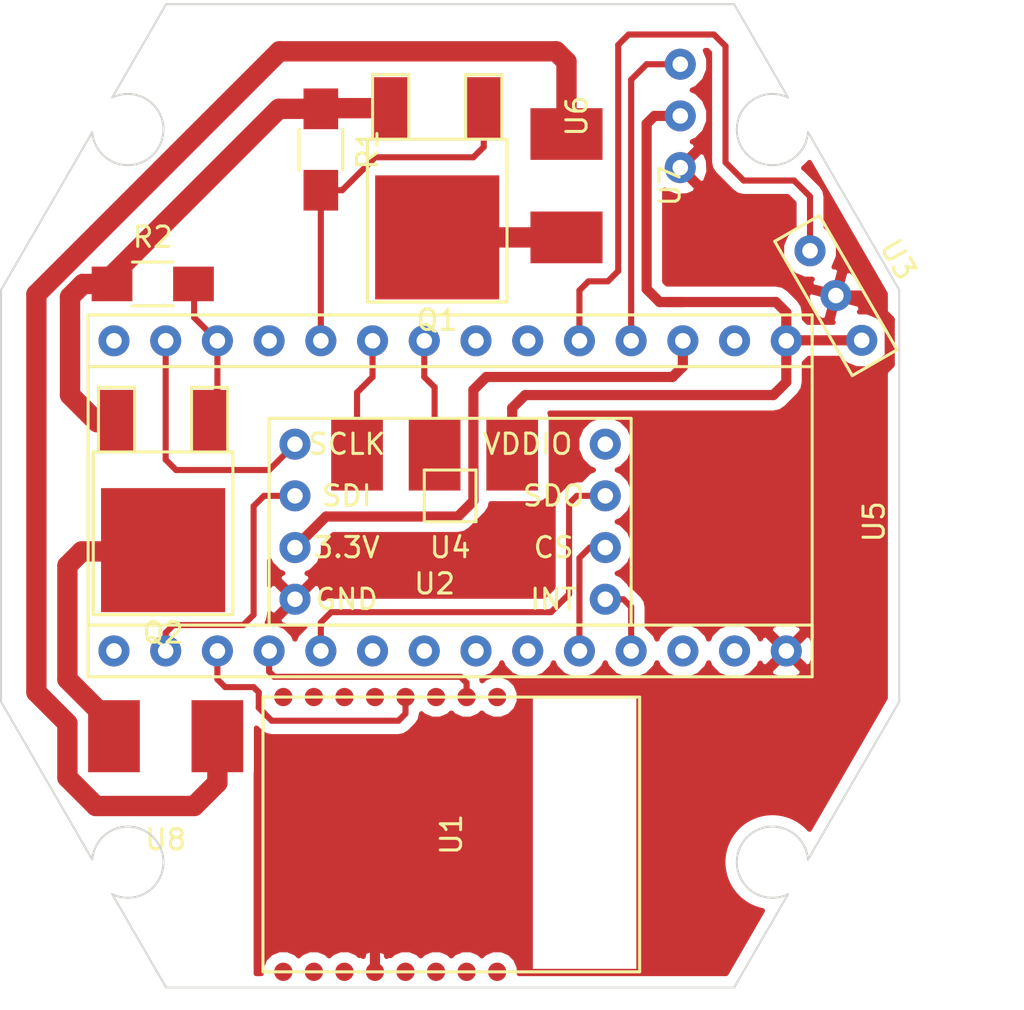
<source format=kicad_pcb>
(kicad_pcb (version 4) (host pcbnew 4.0.5)

  (general
    (links 29)
    (no_connects 0)
    (area 188.204499 111.935099 232.419501 160.352901)
    (thickness 1.6)
    (drawings 340)
    (tracks 132)
    (zones 0)
    (modules 12)
    (nets 47)
  )

  (page A4)
  (layers
    (0 F.Cu signal)
    (31 B.Cu signal)
    (32 B.Adhes user)
    (33 F.Adhes user)
    (34 B.Paste user)
    (35 F.Paste user)
    (36 B.SilkS user)
    (37 F.SilkS user)
    (38 B.Mask user)
    (39 F.Mask user)
    (40 Dwgs.User user)
    (41 Cmts.User user)
    (42 Eco1.User user)
    (43 Eco2.User user)
    (44 Edge.Cuts user)
    (45 Margin user)
    (46 B.CrtYd user)
    (47 F.CrtYd user)
    (48 B.Fab user)
    (49 F.Fab user)
  )

  (setup
    (last_trace_width 0.3)
    (trace_clearance 0.2)
    (zone_clearance 0.508)
    (zone_45_only yes)
    (trace_min 0.2)
    (segment_width 0.2)
    (edge_width 0.15)
    (via_size 0.6)
    (via_drill 0.4)
    (via_min_size 0.4)
    (via_min_drill 0.3)
    (uvia_size 0.3)
    (uvia_drill 0.1)
    (uvias_allowed no)
    (uvia_min_size 0.2)
    (uvia_min_drill 0.1)
    (pcb_text_width 0.3)
    (pcb_text_size 1.5 1.5)
    (mod_edge_width 0.15)
    (mod_text_size 1 1)
    (mod_text_width 0.15)
    (pad_size 1.524 1.524)
    (pad_drill 0.762)
    (pad_to_mask_clearance 0.2)
    (aux_axis_origin 0 0)
    (visible_elements FFFFFF7F)
    (pcbplotparams
      (layerselection 0x00030_80000001)
      (usegerberextensions false)
      (excludeedgelayer true)
      (linewidth 0.100000)
      (plotframeref false)
      (viasonmask false)
      (mode 1)
      (useauxorigin false)
      (hpglpennumber 1)
      (hpglpenspeed 20)
      (hpglpendiameter 15)
      (hpglpenoverlay 2)
      (psnegative false)
      (psa4output false)
      (plotreference true)
      (plotvalue true)
      (plotinvisibletext false)
      (padsonsilk false)
      (subtractmaskfromsilk false)
      (outputformat 1)
      (mirror false)
      (drillshape 0)
      (scaleselection 1)
      (outputdirectory ""))
  )

  (net 0 "")
  (net 1 +3V3)
  (net 2 "Net-(U1-Pad10)")
  (net 3 "Net-(U1-Pad11)")
  (net 4 GND)
  (net 5 "Net-(U1-Pad13)")
  (net 6 "Net-(U1-Pad14)")
  (net 7 "Net-(U1-Pad15)")
  (net 8 "Net-(U1-Pad16)")
  (net 9 "Net-(U1-Pad8)")
  (net 10 "Net-(U1-Pad7)")
  (net 11 "Net-(U1-Pad6)")
  (net 12 "Net-(U1-Pad5)")
  (net 13 TX2)
  (net 14 "Net-(U1-Pad3)")
  (net 15 RX2)
  (net 16 "Net-(U1-Pad1)")
  (net 17 ESC)
  (net 18 Servo)
  (net 19 +5V)
  (net 20 irOut)
  (net 21 "Net-(U5-Pad7)")
  (net 22 PPM)
  (net 23 "Net-(U5-Pad13)")
  (net 24 "Net-(U5-Pad14)")
  (net 25 "Net-(U5-Pad17)")
  (net 26 "Net-(U5-Pad26)")
  (net 27 "Net-(Q1-Pad2)")
  (net 28 flap1)
  (net 29 flap2)
  (net 30 +8V)
  (net 31 "Net-(Q2-Pad2)")
  (net 32 Earth)
  (net 33 "Net-(U5-Pad21)")
  (net 34 "Net-(U5-Pad22)")
  (net 35 "Net-(U5-Pad2)")
  (net 36 "Net-(U5-Pad1)")
  (net 37 "Net-(U1-Pad9)")
  (net 38 SCLK0)
  (net 39 SDO0)
  (net 40 "Net-(U4-Pad8)")
  (net 41 SDI0)
  (net 42 CS)
  (net 43 INT)
  (net 44 "Net-(U5-Pad5)")
  (net 45 "Net-(U5-Pad6)")
  (net 46 "Net-(U5-Pad8)")

  (net_class Default "This is the default net class."
    (clearance 0.2)
    (trace_width 0.3)
    (via_dia 0.6)
    (via_drill 0.4)
    (uvia_dia 0.3)
    (uvia_drill 0.1)
    (add_net CS)
    (add_net ESC)
    (add_net INT)
    (add_net "Net-(U1-Pad1)")
    (add_net "Net-(U1-Pad10)")
    (add_net "Net-(U1-Pad11)")
    (add_net "Net-(U1-Pad13)")
    (add_net "Net-(U1-Pad14)")
    (add_net "Net-(U1-Pad15)")
    (add_net "Net-(U1-Pad16)")
    (add_net "Net-(U1-Pad3)")
    (add_net "Net-(U1-Pad5)")
    (add_net "Net-(U1-Pad6)")
    (add_net "Net-(U1-Pad7)")
    (add_net "Net-(U1-Pad8)")
    (add_net "Net-(U1-Pad9)")
    (add_net "Net-(U4-Pad8)")
    (add_net "Net-(U5-Pad1)")
    (add_net "Net-(U5-Pad13)")
    (add_net "Net-(U5-Pad14)")
    (add_net "Net-(U5-Pad17)")
    (add_net "Net-(U5-Pad2)")
    (add_net "Net-(U5-Pad21)")
    (add_net "Net-(U5-Pad22)")
    (add_net "Net-(U5-Pad26)")
    (add_net "Net-(U5-Pad5)")
    (add_net "Net-(U5-Pad6)")
    (add_net "Net-(U5-Pad7)")
    (add_net "Net-(U5-Pad8)")
    (add_net PPM)
    (add_net RX2)
    (add_net SCLK0)
    (add_net SDI0)
    (add_net SDO0)
    (add_net Servo)
    (add_net TX2)
    (add_net flap1)
    (add_net flap2)
    (add_net irOut)
  )

  (net_class Solenoid ""
    (clearance 0.2)
    (trace_width 1)
    (via_dia 0.6)
    (via_drill 0.4)
    (uvia_dia 0.3)
    (uvia_drill 0.1)
    (add_net +8V)
    (add_net Earth)
    (add_net "Net-(Q1-Pad2)")
    (add_net "Net-(Q2-Pad2)")
  )

  (net_class power ""
    (clearance 0.2)
    (trace_width 0.5)
    (via_dia 0.6)
    (via_drill 0.4)
    (uvia_dia 0.3)
    (uvia_drill 0.1)
    (add_net +3V3)
    (add_net +5V)
    (add_net GND)
  )

  (module Teensy3.2:Teensy3.2_l (layer F.Cu) (tedit 585C7A2F) (tstamp 585C7D8B)
    (at 234.442 136.144 90)
    (descr 13)
    (path /58432F63)
    (fp_text reference U5 (at -1.27 -3.31 90) (layer F.SilkS)
      (effects (font (size 1 1) (thickness 0.15)))
    )
    (fp_text value Teensy3.2 (at -1.27 -4.31 90) (layer F.Fab)
      (effects (font (size 1 1) (thickness 0.15)))
    )
    (fp_line (start -8.89 -6.35) (end -8.89 -41.91) (layer F.SilkS) (width 0.15))
    (fp_line (start 8.89 -41.91) (end 8.89 -6.35) (layer F.SilkS) (width 0.15))
    (fp_line (start 8.89 -6.35) (end 7.62 -6.35) (layer F.SilkS) (width 0.15))
    (fp_line (start 8.255 -6.35) (end -8.89 -6.35) (layer F.SilkS) (width 0.15))
    (fp_line (start 6.35 -6.35) (end 6.35 -41.91) (layer F.SilkS) (width 0.15))
    (fp_line (start -8.89 -41.91) (end 8.89 -41.91) (layer F.SilkS) (width 0.15))
    (fp_line (start -6.35 -41.91) (end -6.35 -6.35) (layer F.SilkS) (width 0.15))
    (fp_line (start -6.35 -6.35) (end -6.985 -6.35) (layer F.SilkS) (width 0.15))
    (pad 0 thru_hole circle (at -7.62 -7.62 90) (size 1.524 1.524) (drill 0.762) (layers *.Cu *.Mask)
      (net 4 GND))
    (pad 1 thru_hole circle (at -7.62 -10.16 90) (size 1.524 1.524) (drill 0.762) (layers *.Cu *.Mask)
      (net 36 "Net-(U5-Pad1)"))
    (pad 2 thru_hole circle (at -7.62 -12.7 90) (size 1.524 1.524) (drill 0.762) (layers *.Cu *.Mask)
      (net 35 "Net-(U5-Pad2)"))
    (pad 3 thru_hole circle (at -7.62 -15.24 90) (size 1.524 1.524) (drill 0.762) (layers *.Cu *.Mask)
      (net 43 INT))
    (pad 4 thru_hole circle (at -7.62 -17.78 90) (size 1.524 1.524) (drill 0.762) (layers *.Cu *.Mask)
      (net 42 CS))
    (pad 5 thru_hole circle (at -7.62 -20.32 90) (size 1.524 1.524) (drill 0.762) (layers *.Cu *.Mask)
      (net 44 "Net-(U5-Pad5)"))
    (pad 6 thru_hole circle (at -7.62 -22.86 90) (size 1.524 1.524) (drill 0.762) (layers *.Cu *.Mask)
      (net 45 "Net-(U5-Pad6)"))
    (pad 7 thru_hole circle (at -7.62 -25.4 90) (size 1.524 1.524) (drill 0.762) (layers *.Cu *.Mask)
      (net 21 "Net-(U5-Pad7)"))
    (pad 8 thru_hole circle (at -7.62 -27.94 90) (size 1.524 1.524) (drill 0.762) (layers *.Cu *.Mask)
      (net 46 "Net-(U5-Pad8)"))
    (pad 9 thru_hole circle (at -7.62 -30.48 90) (size 1.524 1.524) (drill 0.762) (layers *.Cu *.Mask)
      (net 41 SDI0))
    (pad 10 thru_hole circle (at -7.62 -33.02 90) (size 1.524 1.524) (drill 0.762) (layers *.Cu *.Mask)
      (net 15 RX2))
    (pad 11 thru_hole circle (at -7.62 -35.56 90) (size 1.524 1.524) (drill 0.762) (layers *.Cu *.Mask)
      (net 13 TX2))
    (pad 12 thru_hole circle (at -7.62 -38.1 90) (size 1.524 1.524) (drill 0.762) (layers *.Cu *.Mask)
      (net 39 SDO0))
    (pad 13 thru_hole circle (at -7.62 -40.64 90) (size 1.524 1.524) (drill 0.762) (layers *.Cu *.Mask)
      (net 23 "Net-(U5-Pad13)"))
    (pad 14 thru_hole circle (at 7.62 -40.64 90) (size 1.524 1.524) (drill 0.762) (layers *.Cu *.Mask)
      (net 24 "Net-(U5-Pad14)"))
    (pad 15 thru_hole circle (at 7.62 -38.1 90) (size 1.524 1.524) (drill 0.762) (layers *.Cu *.Mask)
      (net 38 SCLK0))
    (pad 16 thru_hole circle (at 7.62 -35.56 90) (size 1.524 1.524) (drill 0.762) (layers *.Cu *.Mask)
      (net 29 flap2))
    (pad 17 thru_hole circle (at 7.62 -33.02 90) (size 1.524 1.524) (drill 0.762) (layers *.Cu *.Mask)
      (net 25 "Net-(U5-Pad17)"))
    (pad 18 thru_hole circle (at 7.62 -30.48 90) (size 1.524 1.524) (drill 0.762) (layers *.Cu *.Mask)
      (net 28 flap1))
    (pad 19 thru_hole circle (at 7.62 -27.94 90) (size 1.524 1.524) (drill 0.762) (layers *.Cu *.Mask)
      (net 17 ESC))
    (pad 20 thru_hole circle (at 7.62 -25.4 90) (size 1.524 1.524) (drill 0.762) (layers *.Cu *.Mask)
      (net 18 Servo))
    (pad 21 thru_hole circle (at 7.62 -22.86 90) (size 1.524 1.524) (drill 0.762) (layers *.Cu *.Mask)
      (net 33 "Net-(U5-Pad21)"))
    (pad 22 thru_hole circle (at 7.62 -20.32 90) (size 1.524 1.524) (drill 0.762) (layers *.Cu *.Mask)
      (net 34 "Net-(U5-Pad22)"))
    (pad 23 thru_hole circle (at 7.62 -17.78 90) (size 1.524 1.524) (drill 0.762) (layers *.Cu *.Mask)
      (net 20 irOut))
    (pad 24 thru_hole circle (at 7.62 -15.24 90) (size 1.524 1.524) (drill 0.762) (layers *.Cu *.Mask)
      (net 22 PPM))
    (pad 25 thru_hole circle (at 7.62 -12.7 90) (size 1.524 1.524) (drill 0.762) (layers *.Cu *.Mask)
      (net 1 +3V3))
    (pad 26 thru_hole circle (at 7.62 -10.16 90) (size 1.524 1.524) (drill 0.762) (layers *.Cu *.Mask)
      (net 26 "Net-(U5-Pad26)"))
    (pad 27 thru_hole circle (at 7.62 -7.62 90) (size 1.524 1.524) (drill 0.762) (layers *.Cu *.Mask)
      (net 19 +5V))
  )

  (module TSOP:TSOP38238 (layer F.Cu) (tedit 584445F4) (tstamp 58444795)
    (at 231.4575 125.0315 120)
    (path /58433308)
    (fp_text reference U3 (at 0 1 120) (layer F.SilkS)
      (effects (font (size 1 1) (thickness 0.15)))
    )
    (fp_text value TSOP38238 (at 0 -0.5 120) (layer F.Fab)
      (effects (font (size 1 1) (thickness 0.15)))
    )
    (fp_line (start 3.81 -3.81) (end -3.81 -3.81) (layer F.SilkS) (width 0.15))
    (fp_line (start -3.81 -3.81) (end -3.81 -1.27) (layer F.SilkS) (width 0.15))
    (fp_line (start -3.81 -1.27) (end 3.81 -1.27) (layer F.SilkS) (width 0.15))
    (fp_line (start 3.81 -1.27) (end 3.81 -3.81) (layer F.SilkS) (width 0.15))
    (pad 1 thru_hole circle (at 2.54 -2.54 120) (size 1.524 1.524) (drill 0.762) (layers *.Cu *.Mask)
      (net 20 irOut))
    (pad 2 thru_hole circle (at 0 -2.54 120) (size 1.524 1.524) (drill 0.762) (layers *.Cu *.Mask)
      (net 4 GND))
    (pad 3 thru_hole circle (at -2.54 -2.54 120) (size 1.524 1.524) (drill 0.762) (layers *.Cu *.Mask)
      (net 19 +5V))
  )

  (module TO_SOCKET_SMD:TO-252-2Lead (layer F.Cu) (tedit 0) (tstamp 58444411)
    (at 209.677 117.094 180)
    (descr "DPAK / TO-252 2-lead smd package")
    (tags "dpak TO-252")
    (path /58444595)
    (attr smd)
    (fp_text reference Q1 (at 0 -10.414 180) (layer F.SilkS)
      (effects (font (size 1 1) (thickness 0.15)))
    )
    (fp_text value Q_NMOS_GDS (at 0 -2.413 180) (layer F.Fab)
      (effects (font (size 1 1) (thickness 0.15)))
    )
    (fp_line (start 1.397 -1.524) (end 1.397 1.651) (layer F.SilkS) (width 0.15))
    (fp_line (start 1.397 1.651) (end 3.175 1.651) (layer F.SilkS) (width 0.15))
    (fp_line (start 3.175 1.651) (end 3.175 -1.524) (layer F.SilkS) (width 0.15))
    (fp_line (start -3.175 -1.524) (end -3.175 1.651) (layer F.SilkS) (width 0.15))
    (fp_line (start -3.175 1.651) (end -1.397 1.651) (layer F.SilkS) (width 0.15))
    (fp_line (start -1.397 1.651) (end -1.397 -1.524) (layer F.SilkS) (width 0.15))
    (fp_line (start 3.429 -7.62) (end 3.429 -1.524) (layer F.SilkS) (width 0.15))
    (fp_line (start 3.429 -1.524) (end -3.429 -1.524) (layer F.SilkS) (width 0.15))
    (fp_line (start -3.429 -1.524) (end -3.429 -9.398) (layer F.SilkS) (width 0.15))
    (fp_line (start -3.429 -9.525) (end 3.429 -9.525) (layer F.SilkS) (width 0.15))
    (fp_line (start 3.429 -9.398) (end 3.429 -7.62) (layer F.SilkS) (width 0.15))
    (pad 1 smd rect (at -2.286 0 180) (size 1.651 3.048) (layers F.Cu F.Paste F.Mask)
      (net 28 flap1))
    (pad 2 smd rect (at 0 -6.35 180) (size 6.096 6.096) (layers F.Cu F.Paste F.Mask)
      (net 27 "Net-(Q1-Pad2)"))
    (pad 3 smd rect (at 2.286 0 180) (size 1.651 3.048) (layers F.Cu F.Paste F.Mask)
      (net 32 Earth))
    (model TO_SOT_Packages_SMD.3dshapes/TO-252-2Lead.wrl
      (at (xyz 0 0 0))
      (scale (xyz 1 1 1))
      (rotate (xyz 0 0 0))
    )
  )

  (module TO_SOCKET_SMD:TO-252-2Lead (layer F.Cu) (tedit 0) (tstamp 58444418)
    (at 196.215 132.461 180)
    (descr "DPAK / TO-252 2-lead smd package")
    (tags "dpak TO-252")
    (path /5844480B)
    (attr smd)
    (fp_text reference Q2 (at 0 -10.414 180) (layer F.SilkS)
      (effects (font (size 1 1) (thickness 0.15)))
    )
    (fp_text value Q_NMOS_GDS (at 0 -2.413 180) (layer F.Fab)
      (effects (font (size 1 1) (thickness 0.15)))
    )
    (fp_line (start 1.397 -1.524) (end 1.397 1.651) (layer F.SilkS) (width 0.15))
    (fp_line (start 1.397 1.651) (end 3.175 1.651) (layer F.SilkS) (width 0.15))
    (fp_line (start 3.175 1.651) (end 3.175 -1.524) (layer F.SilkS) (width 0.15))
    (fp_line (start -3.175 -1.524) (end -3.175 1.651) (layer F.SilkS) (width 0.15))
    (fp_line (start -3.175 1.651) (end -1.397 1.651) (layer F.SilkS) (width 0.15))
    (fp_line (start -1.397 1.651) (end -1.397 -1.524) (layer F.SilkS) (width 0.15))
    (fp_line (start 3.429 -7.62) (end 3.429 -1.524) (layer F.SilkS) (width 0.15))
    (fp_line (start 3.429 -1.524) (end -3.429 -1.524) (layer F.SilkS) (width 0.15))
    (fp_line (start -3.429 -1.524) (end -3.429 -9.398) (layer F.SilkS) (width 0.15))
    (fp_line (start -3.429 -9.525) (end 3.429 -9.525) (layer F.SilkS) (width 0.15))
    (fp_line (start 3.429 -9.398) (end 3.429 -7.62) (layer F.SilkS) (width 0.15))
    (pad 1 smd rect (at -2.286 0 180) (size 1.651 3.048) (layers F.Cu F.Paste F.Mask)
      (net 29 flap2))
    (pad 2 smd rect (at 0 -6.35 180) (size 6.096 6.096) (layers F.Cu F.Paste F.Mask)
      (net 31 "Net-(Q2-Pad2)"))
    (pad 3 smd rect (at 2.286 0 180) (size 1.651 3.048) (layers F.Cu F.Paste F.Mask)
      (net 32 Earth))
    (model TO_SOT_Packages_SMD.3dshapes/TO-252-2Lead.wrl
      (at (xyz 0 0 0))
      (scale (xyz 1 1 1))
      (rotate (xyz 0 0 0))
    )
  )

  (module Resistors_SMD:R_1206_HandSoldering (layer F.Cu) (tedit 58307C0D) (tstamp 5844441E)
    (at 203.962 119.126 270)
    (descr "Resistor SMD 1206, hand soldering")
    (tags "resistor 1206")
    (path /584429D5)
    (attr smd)
    (fp_text reference R1 (at 0 -2.3 270) (layer F.SilkS)
      (effects (font (size 1 1) (thickness 0.15)))
    )
    (fp_text value 3.3k (at 0 2.3 270) (layer F.Fab)
      (effects (font (size 1 1) (thickness 0.15)))
    )
    (fp_line (start -1.6 0.8) (end -1.6 -0.8) (layer F.Fab) (width 0.1))
    (fp_line (start 1.6 0.8) (end -1.6 0.8) (layer F.Fab) (width 0.1))
    (fp_line (start 1.6 -0.8) (end 1.6 0.8) (layer F.Fab) (width 0.1))
    (fp_line (start -1.6 -0.8) (end 1.6 -0.8) (layer F.Fab) (width 0.1))
    (fp_line (start -3.3 -1.2) (end 3.3 -1.2) (layer F.CrtYd) (width 0.05))
    (fp_line (start -3.3 1.2) (end 3.3 1.2) (layer F.CrtYd) (width 0.05))
    (fp_line (start -3.3 -1.2) (end -3.3 1.2) (layer F.CrtYd) (width 0.05))
    (fp_line (start 3.3 -1.2) (end 3.3 1.2) (layer F.CrtYd) (width 0.05))
    (fp_line (start 1 1.075) (end -1 1.075) (layer F.SilkS) (width 0.15))
    (fp_line (start -1 -1.075) (end 1 -1.075) (layer F.SilkS) (width 0.15))
    (pad 1 smd rect (at -2 0 270) (size 2 1.7) (layers F.Cu F.Paste F.Mask)
      (net 32 Earth))
    (pad 2 smd rect (at 2 0 270) (size 2 1.7) (layers F.Cu F.Paste F.Mask)
      (net 28 flap1))
    (model Resistors_SMD.3dshapes/R_1206_HandSoldering.wrl
      (at (xyz 0 0 0))
      (scale (xyz 1 1 1))
      (rotate (xyz 0 0 0))
    )
  )

  (module Resistors_SMD:R_1206_HandSoldering (layer F.Cu) (tedit 58307C0D) (tstamp 58444424)
    (at 195.707 125.73)
    (descr "Resistor SMD 1206, hand soldering")
    (tags "resistor 1206")
    (path /58442A40)
    (attr smd)
    (fp_text reference R2 (at 0 -2.3) (layer F.SilkS)
      (effects (font (size 1 1) (thickness 0.15)))
    )
    (fp_text value 3.3k (at 0 2.3) (layer F.Fab)
      (effects (font (size 1 1) (thickness 0.15)))
    )
    (fp_line (start -1.6 0.8) (end -1.6 -0.8) (layer F.Fab) (width 0.1))
    (fp_line (start 1.6 0.8) (end -1.6 0.8) (layer F.Fab) (width 0.1))
    (fp_line (start 1.6 -0.8) (end 1.6 0.8) (layer F.Fab) (width 0.1))
    (fp_line (start -1.6 -0.8) (end 1.6 -0.8) (layer F.Fab) (width 0.1))
    (fp_line (start -3.3 -1.2) (end 3.3 -1.2) (layer F.CrtYd) (width 0.05))
    (fp_line (start -3.3 1.2) (end 3.3 1.2) (layer F.CrtYd) (width 0.05))
    (fp_line (start -3.3 -1.2) (end -3.3 1.2) (layer F.CrtYd) (width 0.05))
    (fp_line (start 3.3 -1.2) (end 3.3 1.2) (layer F.CrtYd) (width 0.05))
    (fp_line (start 1 1.075) (end -1 1.075) (layer F.SilkS) (width 0.15))
    (fp_line (start -1 -1.075) (end 1 -1.075) (layer F.SilkS) (width 0.15))
    (pad 1 smd rect (at -2 0) (size 2 1.7) (layers F.Cu F.Paste F.Mask)
      (net 32 Earth))
    (pad 2 smd rect (at 2 0) (size 2 1.7) (layers F.Cu F.Paste F.Mask)
      (net 29 flap2))
    (model Resistors_SMD.3dshapes/R_1206_HandSoldering.wrl
      (at (xyz 0 0 0))
      (scale (xyz 1 1 1))
      (rotate (xyz 0 0 0))
    )
  )

  (module HM-11:HM-11ble (layer F.Cu) (tedit 58432CB0) (tstamp 58444438)
    (at 198.12 152.781 270)
    (descr 3)
    (path /58433014)
    (fp_text reference U1 (at 0 -12.25 270) (layer F.SilkS)
      (effects (font (size 1 1) (thickness 0.15)))
    )
    (fp_text value HM-11BLE (at 0 -16 270) (layer F.Fab)
      (effects (font (size 1 1) (thickness 0.15)))
    )
    (fp_line (start 6.75 -3) (end -6.75 -3) (layer F.SilkS) (width 0.15))
    (fp_line (start -6.75 -3) (end -6.75 -21.5) (layer F.SilkS) (width 0.15))
    (fp_line (start -6.75 -21.5) (end 6.75 -21.5) (layer F.SilkS) (width 0.15))
    (fp_line (start 6.75 -21.5) (end 6.75 -3) (layer F.SilkS) (width 0.15))
    (pad 9 smd circle (at 6.75 -4 270) (size 0.9 0.9) (layers F.Cu F.Paste F.Mask)
      (net 37 "Net-(U1-Pad9)"))
    (pad 10 smd circle (at 6.75 -5.5 270) (size 0.9 0.9) (layers F.Cu F.Paste F.Mask)
      (net 2 "Net-(U1-Pad10)"))
    (pad 11 smd circle (at 6.75 -7 270) (size 0.9 0.9) (layers F.Cu F.Paste F.Mask)
      (net 3 "Net-(U1-Pad11)"))
    (pad 12 smd circle (at 6.75 -8.5 270) (size 0.9 0.9) (layers F.Cu F.Paste F.Mask)
      (net 4 GND))
    (pad 13 smd circle (at 6.75 -10 270) (size 0.9 0.9) (layers F.Cu F.Paste F.Mask)
      (net 5 "Net-(U1-Pad13)"))
    (pad 14 smd circle (at 6.75 -11.5 270) (size 0.9 0.9) (layers F.Cu F.Paste F.Mask)
      (net 6 "Net-(U1-Pad14)"))
    (pad 15 smd circle (at 6.75 -13 270) (size 0.9 0.9) (layers F.Cu F.Paste F.Mask)
      (net 7 "Net-(U1-Pad15)"))
    (pad 16 smd circle (at 6.75 -14.5 270) (size 0.9 0.9) (layers F.Cu F.Paste F.Mask)
      (net 8 "Net-(U1-Pad16)"))
    (pad 8 smd circle (at -6.75 -4 270) (size 0.9 0.9) (layers F.Cu F.Paste F.Mask)
      (net 9 "Net-(U1-Pad8)"))
    (pad 7 smd circle (at -6.75 -5.5 270) (size 0.9 0.9) (layers F.Cu F.Paste F.Mask)
      (net 10 "Net-(U1-Pad7)"))
    (pad 6 smd circle (at -6.75 -7 270) (size 0.9 0.9) (layers F.Cu F.Paste F.Mask)
      (net 11 "Net-(U1-Pad6)"))
    (pad 5 smd circle (at -6.75 -8.5 270) (size 0.9 0.9) (layers F.Cu F.Paste F.Mask)
      (net 12 "Net-(U1-Pad5)"))
    (pad 4 smd circle (at -6.75 -10 270) (size 0.9 0.9) (layers F.Cu F.Paste F.Mask)
      (net 13 TX2))
    (pad 3 smd circle (at -6.75 -11.5 270) (size 0.9 0.9) (layers F.Cu F.Paste F.Mask)
      (net 14 "Net-(U1-Pad3)"))
    (pad 2 smd circle (at -6.75 -13 270) (size 0.9 0.9) (layers F.Cu F.Paste F.Mask)
      (net 15 RX2))
    (pad 1 smd circle (at -6.75 -14.5 270) (size 0.9 0.9) (layers F.Cu F.Paste F.Mask)
      (net 16 "Net-(U1-Pad1)"))
  )

  (module TaranisMicroRX:taranisMicroRX (layer F.Cu) (tedit 5843F5C2) (tstamp 58444476)
    (at 219.075 117.475 270)
    (path /58433154)
    (fp_text reference U6 (at 0 2.54 270) (layer F.SilkS)
      (effects (font (size 1 1) (thickness 0.15)))
    )
    (fp_text value taranisMicroRX (at 0 0 270) (layer F.Fab)
      (effects (font (size 1 1) (thickness 0.15)))
    )
    (pad 3 thru_hole circle (at 2.54 -2.54 270) (size 1.524 1.524) (drill 0.762) (layers *.Cu *.Mask)
      (net 4 GND))
    (pad 2 thru_hole circle (at 0 -2.54 270) (size 1.524 1.524) (drill 0.762) (layers *.Cu *.Mask)
      (net 19 +5V))
    (pad 1 thru_hole circle (at -2.54 -2.54 270) (size 1.524 1.524) (drill 0.762) (layers *.Cu *.Mask)
      (net 22 PPM))
  )

  (module solenoid:solenoid (layer F.Cu) (tedit 5844196F) (tstamp 5844447C)
    (at 218.567 120.904 90)
    (path /58442D6E)
    (fp_text reference U7 (at 0 2.54 90) (layer F.SilkS)
      (effects (font (size 1 1) (thickness 0.15)))
    )
    (fp_text value solenoid (at 0 -0.5 90) (layer F.Fab)
      (effects (font (size 1 1) (thickness 0.15)))
    )
    (pad 1 connect rect (at 2.54 -2.54 90) (size 2.54 3.54) (layers F.Cu F.Mask)
      (net 30 +8V))
    (pad 2 connect rect (at -2.54 -2.54 90) (size 2.54 3.54) (layers F.Cu F.Mask)
      (net 27 "Net-(Q1-Pad2)"))
  )

  (module solenoid:solenoid (layer F.Cu) (tedit 5844196F) (tstamp 58444482)
    (at 196.342 150.495)
    (path /58443741)
    (fp_text reference U8 (at 0 2.54) (layer F.SilkS)
      (effects (font (size 1 1) (thickness 0.15)))
    )
    (fp_text value solenoid (at 0 -0.5) (layer F.Fab)
      (effects (font (size 1 1) (thickness 0.15)))
    )
    (pad 1 connect rect (at 2.54 -2.54) (size 2.54 3.54) (layers F.Cu F.Mask)
      (net 30 +8V))
    (pad 2 connect rect (at -2.54 -2.54) (size 2.54 3.54) (layers F.Cu F.Mask)
      (net 31 "Net-(Q2-Pad2)"))
  )

  (module MPU9250:MPU9250SPI_BOTTOM (layer F.Cu) (tedit 58833C1D) (tstamp 5883430B)
    (at 210.312 133.604 180)
    (path /58834230)
    (fp_text reference U4 (at 0 -5.08 180) (layer F.SilkS)
      (effects (font (size 1 1) (thickness 0.15)))
    )
    (fp_text value MPU9250SPI_Bottom (at 0 -6.35 180) (layer F.Fab)
      (effects (font (size 1 1) (thickness 0.15)))
    )
    (fp_text user VDDIO (at -3.81 0 180) (layer F.SilkS)
      (effects (font (size 1 1) (thickness 0.15)))
    )
    (fp_text user SDO (at -5.08 -2.54 180) (layer F.SilkS)
      (effects (font (size 1 1) (thickness 0.15)))
    )
    (fp_text user CS (at -5.08 -5.08 180) (layer F.SilkS)
      (effects (font (size 1 1) (thickness 0.15)))
    )
    (fp_text user INT (at -5.08 -7.62 180) (layer F.SilkS)
      (effects (font (size 1 1) (thickness 0.15)))
    )
    (fp_text user SCLK (at 5.08 0 180) (layer F.SilkS)
      (effects (font (size 1 1) (thickness 0.15)))
    )
    (fp_text user SDI (at 5.08 -2.54 180) (layer F.SilkS)
      (effects (font (size 1 1) (thickness 0.15)))
    )
    (fp_text user 3.3V (at 5.08 -5.08 180) (layer F.SilkS)
      (effects (font (size 1 1) (thickness 0.15)))
    )
    (fp_line (start -8.89 -8.89) (end 8.89 -8.89) (layer F.SilkS) (width 0.15))
    (fp_line (start 8.89 -8.89) (end 8.89 1.27) (layer F.SilkS) (width 0.15))
    (fp_line (start 8.89 1.27) (end -8.89 1.27) (layer F.SilkS) (width 0.15))
    (fp_line (start -8.89 1.27) (end -8.89 -8.89) (layer F.SilkS) (width 0.15))
    (fp_line (start -1.27 -1.27) (end -1.27 -3.81) (layer F.SilkS) (width 0.15))
    (fp_line (start -1.27 -3.81) (end -1.27 -1.27) (layer F.SilkS) (width 0.15))
    (fp_line (start -1.27 -1.27) (end 1.27 -1.27) (layer F.SilkS) (width 0.15))
    (fp_line (start 1.27 -1.27) (end 1.27 -3.81) (layer F.SilkS) (width 0.15))
    (fp_line (start 1.27 -3.81) (end -1.27 -3.81) (layer F.SilkS) (width 0.15))
    (fp_text user GND (at 5.08 -7.62 180) (layer F.SilkS)
      (effects (font (size 1 1) (thickness 0.15)))
    )
    (pad 4 thru_hole circle (at 7.62 0 180) (size 1.524 1.524) (drill 0.762) (layers *.Cu *.Mask)
      (net 38 SCLK0))
    (pad 3 thru_hole circle (at 7.62 -2.54 180) (size 1.524 1.524) (drill 0.762) (layers *.Cu *.Mask)
      (net 39 SDO0))
    (pad 2 thru_hole circle (at 7.62 -5.08 180) (size 1.524 1.524) (drill 0.762) (layers *.Cu *.Mask)
      (net 1 +3V3))
    (pad 1 thru_hole circle (at 7.62 -7.62 180) (size 1.524 1.524) (drill 0.762) (layers *.Cu *.Mask)
      (net 4 GND))
    (pad 8 thru_hole circle (at -7.62 0 180) (size 1.524 1.524) (drill 0.762) (layers *.Cu *.Mask)
      (net 40 "Net-(U4-Pad8)"))
    (pad 7 thru_hole circle (at -7.62 -2.54 180) (size 1.524 1.524) (drill 0.762) (layers *.Cu *.Mask)
      (net 41 SDI0))
    (pad 6 thru_hole circle (at -7.62 -5.08 180) (size 1.524 1.524) (drill 0.762) (layers *.Cu *.Mask)
      (net 42 CS))
    (pad 5 thru_hole circle (at -7.62 -7.62 180) (size 1.524 1.524) (drill 0.762) (layers *.Cu *.Mask)
      (net 43 INT))
  )

  (module roflCopterESC+Servo:roflCopterESC+Servo (layer F.Cu) (tedit 5883444A) (tstamp 588345A0)
    (at 209.55 137.922)
    (path /58440E47)
    (fp_text reference U2 (at 0 2.54) (layer F.SilkS)
      (effects (font (size 1 1) (thickness 0.15)))
    )
    (fp_text value roflCopterESC+Servo (at 0 -0.5) (layer F.Fab)
      (effects (font (size 1 1) (thickness 0.15)))
    )
    (pad 1 connect rect (at -3.81 -3.81) (size 2.54 3.54) (layers F.Cu F.Mask)
      (net 17 ESC))
    (pad 2 connect rect (at 0 -3.81) (size 2.54 3.54) (layers F.Cu F.Mask)
      (net 18 Servo))
    (pad 3 connect rect (at 3.81 -3.81) (size 2.54 3.54) (layers F.Cu F.Mask)
      (net 19 +5V))
  )

  (gr_line (start 224.2601 160.3029) (end 226.9081 155.7165) (layer Edge.Cuts) (width 0.1))
  (gr_line (start 196.3639 160.3029) (end 224.2601 160.3029) (layer Edge.Cuts) (width 0.1))
  (gr_line (start 193.7159 155.7165) (end 196.3639 160.3029) (layer Edge.Cuts) (width 0.1))
  (gr_line (start 193.7374 155.7274) (end 193.7159 155.7165) (layer Edge.Cuts) (width 0.1))
  (gr_line (start 193.8383 155.7711) (end 193.7374 155.7274) (layer Edge.Cuts) (width 0.1))
  (gr_line (start 193.9417 155.8083) (end 193.8383 155.7711) (layer Edge.Cuts) (width 0.1))
  (gr_line (start 194.0473 155.839) (end 193.9417 155.8083) (layer Edge.Cuts) (width 0.1))
  (gr_line (start 194.1546 155.863) (end 194.0473 155.839) (layer Edge.Cuts) (width 0.1))
  (gr_line (start 194.2632 155.8802) (end 194.1546 155.863) (layer Edge.Cuts) (width 0.1))
  (gr_line (start 194.3726 155.8905) (end 194.2632 155.8802) (layer Edge.Cuts) (width 0.1))
  (gr_line (start 194.4825 155.894) (end 194.3726 155.8905) (layer Edge.Cuts) (width 0.1))
  (gr_line (start 194.5924 155.8905) (end 194.4825 155.894) (layer Edge.Cuts) (width 0.1))
  (gr_line (start 194.7018 155.8802) (end 194.5924 155.8905) (layer Edge.Cuts) (width 0.1))
  (gr_line (start 194.8104 155.863) (end 194.7018 155.8802) (layer Edge.Cuts) (width 0.1))
  (gr_line (start 194.9177 155.839) (end 194.8104 155.863) (layer Edge.Cuts) (width 0.1))
  (gr_line (start 195.0233 155.8083) (end 194.9177 155.839) (layer Edge.Cuts) (width 0.1))
  (gr_line (start 195.1267 155.7711) (end 195.0233 155.8083) (layer Edge.Cuts) (width 0.1))
  (gr_line (start 195.2276 155.7274) (end 195.1267 155.7711) (layer Edge.Cuts) (width 0.1))
  (gr_line (start 195.3256 155.6775) (end 195.2276 155.7274) (layer Edge.Cuts) (width 0.1))
  (gr_line (start 195.4202 155.6216) (end 195.3256 155.6775) (layer Edge.Cuts) (width 0.1))
  (gr_line (start 195.5111 155.5598) (end 195.4202 155.6216) (layer Edge.Cuts) (width 0.1))
  (gr_line (start 195.598 155.4924) (end 195.5111 155.5598) (layer Edge.Cuts) (width 0.1))
  (gr_line (start 195.6805 155.4197) (end 195.598 155.4924) (layer Edge.Cuts) (width 0.1))
  (gr_line (start 195.7582 155.342) (end 195.6805 155.4197) (layer Edge.Cuts) (width 0.1))
  (gr_line (start 195.8309 155.2595) (end 195.7582 155.342) (layer Edge.Cuts) (width 0.1))
  (gr_line (start 195.8983 155.1726) (end 195.8309 155.2595) (layer Edge.Cuts) (width 0.1))
  (gr_line (start 195.9601 155.0817) (end 195.8983 155.1726) (layer Edge.Cuts) (width 0.1))
  (gr_line (start 196.016 154.9871) (end 195.9601 155.0817) (layer Edge.Cuts) (width 0.1))
  (gr_line (start 196.066 154.8891) (end 196.016 154.9871) (layer Edge.Cuts) (width 0.1))
  (gr_line (start 196.1096 154.7882) (end 196.066 154.8891) (layer Edge.Cuts) (width 0.1))
  (gr_line (start 196.1469 154.6848) (end 196.1096 154.7882) (layer Edge.Cuts) (width 0.1))
  (gr_line (start 196.1775 154.5792) (end 196.1469 154.6848) (layer Edge.Cuts) (width 0.1))
  (gr_line (start 196.2015 154.4719) (end 196.1775 154.5792) (layer Edge.Cuts) (width 0.1))
  (gr_line (start 196.2187 154.3633) (end 196.2015 154.4719) (layer Edge.Cuts) (width 0.1))
  (gr_line (start 196.2291 154.2539) (end 196.2187 154.3633) (layer Edge.Cuts) (width 0.1))
  (gr_line (start 196.2325 154.144) (end 196.2291 154.2539) (layer Edge.Cuts) (width 0.1))
  (gr_line (start 196.2291 154.0341) (end 196.2325 154.144) (layer Edge.Cuts) (width 0.1))
  (gr_line (start 196.2187 153.9247) (end 196.2291 154.0341) (layer Edge.Cuts) (width 0.1))
  (gr_line (start 196.2015 153.8161) (end 196.2187 153.9247) (layer Edge.Cuts) (width 0.1))
  (gr_line (start 196.1775 153.7088) (end 196.2015 153.8161) (layer Edge.Cuts) (width 0.1))
  (gr_line (start 196.1469 153.6032) (end 196.1775 153.7088) (layer Edge.Cuts) (width 0.1))
  (gr_line (start 196.1096 153.4998) (end 196.1469 153.6032) (layer Edge.Cuts) (width 0.1))
  (gr_line (start 196.066 153.3989) (end 196.1096 153.4998) (layer Edge.Cuts) (width 0.1))
  (gr_line (start 196.016 153.3009) (end 196.066 153.3989) (layer Edge.Cuts) (width 0.1))
  (gr_line (start 195.9601 153.2063) (end 196.016 153.3009) (layer Edge.Cuts) (width 0.1))
  (gr_line (start 195.8983 153.1154) (end 195.9601 153.2063) (layer Edge.Cuts) (width 0.1))
  (gr_line (start 195.8309 153.0285) (end 195.8983 153.1154) (layer Edge.Cuts) (width 0.1))
  (gr_line (start 195.7582 152.946) (end 195.8309 153.0285) (layer Edge.Cuts) (width 0.1))
  (gr_line (start 195.6805 152.8683) (end 195.7582 152.946) (layer Edge.Cuts) (width 0.1))
  (gr_line (start 195.598 152.7956) (end 195.6805 152.8683) (layer Edge.Cuts) (width 0.1))
  (gr_line (start 195.5111 152.7282) (end 195.598 152.7956) (layer Edge.Cuts) (width 0.1))
  (gr_line (start 195.4202 152.6664) (end 195.5111 152.7282) (layer Edge.Cuts) (width 0.1))
  (gr_line (start 195.3256 152.6105) (end 195.4202 152.6664) (layer Edge.Cuts) (width 0.1))
  (gr_line (start 195.2276 152.5605) (end 195.3256 152.6105) (layer Edge.Cuts) (width 0.1))
  (gr_line (start 195.1267 152.5169) (end 195.2276 152.5605) (layer Edge.Cuts) (width 0.1))
  (gr_line (start 195.0233 152.4796) (end 195.1267 152.5169) (layer Edge.Cuts) (width 0.1))
  (gr_line (start 194.9177 152.449) (end 195.0233 152.4796) (layer Edge.Cuts) (width 0.1))
  (gr_line (start 194.8104 152.425) (end 194.9177 152.449) (layer Edge.Cuts) (width 0.1))
  (gr_line (start 194.7018 152.4078) (end 194.8104 152.425) (layer Edge.Cuts) (width 0.1))
  (gr_line (start 194.5924 152.3974) (end 194.7018 152.4078) (layer Edge.Cuts) (width 0.1))
  (gr_line (start 194.4825 152.394) (end 194.5924 152.3974) (layer Edge.Cuts) (width 0.1))
  (gr_line (start 194.3726 152.3974) (end 194.4825 152.394) (layer Edge.Cuts) (width 0.1))
  (gr_line (start 194.2632 152.4078) (end 194.3726 152.3974) (layer Edge.Cuts) (width 0.1))
  (gr_line (start 194.1546 152.425) (end 194.2632 152.4078) (layer Edge.Cuts) (width 0.1))
  (gr_line (start 194.0473 152.449) (end 194.1546 152.425) (layer Edge.Cuts) (width 0.1))
  (gr_line (start 193.9417 152.4796) (end 194.0473 152.449) (layer Edge.Cuts) (width 0.1))
  (gr_line (start 193.8383 152.5169) (end 193.9417 152.4796) (layer Edge.Cuts) (width 0.1))
  (gr_line (start 193.7374 152.5605) (end 193.8383 152.5169) (layer Edge.Cuts) (width 0.1))
  (gr_line (start 193.6394 152.6105) (end 193.7374 152.5605) (layer Edge.Cuts) (width 0.1))
  (gr_line (start 193.5448 152.6664) (end 193.6394 152.6105) (layer Edge.Cuts) (width 0.1))
  (gr_line (start 193.4539 152.7282) (end 193.5448 152.6664) (layer Edge.Cuts) (width 0.1))
  (gr_line (start 193.367 152.7956) (end 193.4539 152.7282) (layer Edge.Cuts) (width 0.1))
  (gr_line (start 193.2845 152.8683) (end 193.367 152.7956) (layer Edge.Cuts) (width 0.1))
  (gr_line (start 193.2068 152.946) (end 193.2845 152.8683) (layer Edge.Cuts) (width 0.1))
  (gr_line (start 193.1341 153.0285) (end 193.2068 152.946) (layer Edge.Cuts) (width 0.1))
  (gr_line (start 193.0667 153.1154) (end 193.1341 153.0285) (layer Edge.Cuts) (width 0.1))
  (gr_line (start 193.0049 153.2063) (end 193.0667 153.1154) (layer Edge.Cuts) (width 0.1))
  (gr_line (start 192.949 153.3009) (end 193.0049 153.2063) (layer Edge.Cuts) (width 0.1))
  (gr_line (start 192.8991 153.3989) (end 192.949 153.3009) (layer Edge.Cuts) (width 0.1))
  (gr_line (start 192.8554 153.4998) (end 192.8991 153.3989) (layer Edge.Cuts) (width 0.1))
  (gr_line (start 192.8182 153.6032) (end 192.8554 153.4998) (layer Edge.Cuts) (width 0.1))
  (gr_line (start 192.7875 153.7088) (end 192.8182 153.6032) (layer Edge.Cuts) (width 0.1))
  (gr_line (start 192.7635 153.8161) (end 192.7875 153.7088) (layer Edge.Cuts) (width 0.1))
  (gr_line (start 192.7463 153.9247) (end 192.7635 153.8161) (layer Edge.Cuts) (width 0.1))
  (gr_line (start 192.7372 154.0212) (end 192.7463 153.9247) (layer Edge.Cuts) (width 0.1))
  (gr_line (start 188.2545 146.257) (end 192.7372 154.0212) (layer Edge.Cuts) (width 0.1))
  (gr_line (start 188.2545 126.031) (end 188.2545 146.257) (layer Edge.Cuts) (width 0.1))
  (gr_line (start 192.7372 118.2668) (end 188.2545 126.031) (layer Edge.Cuts) (width 0.1))
  (gr_line (start 192.7463 118.3633) (end 192.7372 118.2668) (layer Edge.Cuts) (width 0.1))
  (gr_line (start 192.7635 118.4719) (end 192.7463 118.3633) (layer Edge.Cuts) (width 0.1))
  (gr_line (start 192.7875 118.5792) (end 192.7635 118.4719) (layer Edge.Cuts) (width 0.1))
  (gr_line (start 192.8182 118.6848) (end 192.7875 118.5792) (layer Edge.Cuts) (width 0.1))
  (gr_line (start 192.8554 118.7882) (end 192.8182 118.6848) (layer Edge.Cuts) (width 0.1))
  (gr_line (start 192.8991 118.8891) (end 192.8554 118.7882) (layer Edge.Cuts) (width 0.1))
  (gr_line (start 192.949 118.9871) (end 192.8991 118.8891) (layer Edge.Cuts) (width 0.1))
  (gr_line (start 193.0049 119.0817) (end 192.949 118.9871) (layer Edge.Cuts) (width 0.1))
  (gr_line (start 193.0667 119.1726) (end 193.0049 119.0817) (layer Edge.Cuts) (width 0.1))
  (gr_line (start 193.1341 119.2595) (end 193.0667 119.1726) (layer Edge.Cuts) (width 0.1))
  (gr_line (start 193.2068 119.342) (end 193.1341 119.2595) (layer Edge.Cuts) (width 0.1))
  (gr_line (start 193.2845 119.4197) (end 193.2068 119.342) (layer Edge.Cuts) (width 0.1))
  (gr_line (start 193.367 119.4924) (end 193.2845 119.4197) (layer Edge.Cuts) (width 0.1))
  (gr_line (start 193.4539 119.5598) (end 193.367 119.4924) (layer Edge.Cuts) (width 0.1))
  (gr_line (start 193.5448 119.6216) (end 193.4539 119.5598) (layer Edge.Cuts) (width 0.1))
  (gr_line (start 193.6394 119.6775) (end 193.5448 119.6216) (layer Edge.Cuts) (width 0.1))
  (gr_line (start 193.7374 119.7275) (end 193.6394 119.6775) (layer Edge.Cuts) (width 0.1))
  (gr_line (start 193.8383 119.7711) (end 193.7374 119.7275) (layer Edge.Cuts) (width 0.1))
  (gr_line (start 193.9417 119.8084) (end 193.8383 119.7711) (layer Edge.Cuts) (width 0.1))
  (gr_line (start 194.0473 119.839) (end 193.9417 119.8084) (layer Edge.Cuts) (width 0.1))
  (gr_line (start 194.1546 119.863) (end 194.0473 119.839) (layer Edge.Cuts) (width 0.1))
  (gr_line (start 194.2632 119.8802) (end 194.1546 119.863) (layer Edge.Cuts) (width 0.1))
  (gr_line (start 194.3726 119.8906) (end 194.2632 119.8802) (layer Edge.Cuts) (width 0.1))
  (gr_line (start 194.4825 119.894) (end 194.3726 119.8906) (layer Edge.Cuts) (width 0.1))
  (gr_line (start 194.5924 119.8906) (end 194.4825 119.894) (layer Edge.Cuts) (width 0.1))
  (gr_line (start 194.7018 119.8802) (end 194.5924 119.8906) (layer Edge.Cuts) (width 0.1))
  (gr_line (start 194.8104 119.863) (end 194.7018 119.8802) (layer Edge.Cuts) (width 0.1))
  (gr_line (start 194.9177 119.839) (end 194.8104 119.863) (layer Edge.Cuts) (width 0.1))
  (gr_line (start 195.0233 119.8084) (end 194.9177 119.839) (layer Edge.Cuts) (width 0.1))
  (gr_line (start 195.1267 119.7711) (end 195.0233 119.8084) (layer Edge.Cuts) (width 0.1))
  (gr_line (start 195.2276 119.7275) (end 195.1267 119.7711) (layer Edge.Cuts) (width 0.1))
  (gr_line (start 195.3256 119.6775) (end 195.2276 119.7275) (layer Edge.Cuts) (width 0.1))
  (gr_line (start 195.4202 119.6216) (end 195.3256 119.6775) (layer Edge.Cuts) (width 0.1))
  (gr_line (start 195.5111 119.5598) (end 195.4202 119.6216) (layer Edge.Cuts) (width 0.1))
  (gr_line (start 195.598 119.4924) (end 195.5111 119.5598) (layer Edge.Cuts) (width 0.1))
  (gr_line (start 195.6805 119.4197) (end 195.598 119.4924) (layer Edge.Cuts) (width 0.1))
  (gr_line (start 195.7582 119.342) (end 195.6805 119.4197) (layer Edge.Cuts) (width 0.1))
  (gr_line (start 195.8309 119.2595) (end 195.7582 119.342) (layer Edge.Cuts) (width 0.1))
  (gr_line (start 195.8983 119.1726) (end 195.8309 119.2595) (layer Edge.Cuts) (width 0.1))
  (gr_line (start 195.9601 119.0817) (end 195.8983 119.1726) (layer Edge.Cuts) (width 0.1))
  (gr_line (start 196.016 118.9871) (end 195.9601 119.0817) (layer Edge.Cuts) (width 0.1))
  (gr_line (start 196.066 118.8891) (end 196.016 118.9871) (layer Edge.Cuts) (width 0.1))
  (gr_line (start 196.1096 118.7882) (end 196.066 118.8891) (layer Edge.Cuts) (width 0.1))
  (gr_line (start 196.1469 118.6848) (end 196.1096 118.7882) (layer Edge.Cuts) (width 0.1))
  (gr_line (start 196.1775 118.5792) (end 196.1469 118.6848) (layer Edge.Cuts) (width 0.1))
  (gr_line (start 196.2015 118.4719) (end 196.1775 118.5792) (layer Edge.Cuts) (width 0.1))
  (gr_line (start 196.2187 118.3633) (end 196.2015 118.4719) (layer Edge.Cuts) (width 0.1))
  (gr_line (start 196.2291 118.2539) (end 196.2187 118.3633) (layer Edge.Cuts) (width 0.1))
  (gr_line (start 196.2325 118.144) (end 196.2291 118.2539) (layer Edge.Cuts) (width 0.1))
  (gr_line (start 196.2291 118.0341) (end 196.2325 118.144) (layer Edge.Cuts) (width 0.1))
  (gr_line (start 196.2187 117.9247) (end 196.2291 118.0341) (layer Edge.Cuts) (width 0.1))
  (gr_line (start 196.2015 117.8161) (end 196.2187 117.9247) (layer Edge.Cuts) (width 0.1))
  (gr_line (start 196.1775 117.7088) (end 196.2015 117.8161) (layer Edge.Cuts) (width 0.1))
  (gr_line (start 196.1469 117.6032) (end 196.1775 117.7088) (layer Edge.Cuts) (width 0.1))
  (gr_line (start 196.1096 117.4998) (end 196.1469 117.6032) (layer Edge.Cuts) (width 0.1))
  (gr_line (start 196.066 117.3989) (end 196.1096 117.4998) (layer Edge.Cuts) (width 0.1))
  (gr_line (start 196.016 117.3009) (end 196.066 117.3989) (layer Edge.Cuts) (width 0.1))
  (gr_line (start 195.9601 117.2063) (end 196.016 117.3009) (layer Edge.Cuts) (width 0.1))
  (gr_line (start 195.8983 117.1154) (end 195.9601 117.2063) (layer Edge.Cuts) (width 0.1))
  (gr_line (start 195.8309 117.0285) (end 195.8983 117.1154) (layer Edge.Cuts) (width 0.1))
  (gr_line (start 195.7582 116.946) (end 195.8309 117.0285) (layer Edge.Cuts) (width 0.1))
  (gr_line (start 195.6805 116.8683) (end 195.7582 116.946) (layer Edge.Cuts) (width 0.1))
  (gr_line (start 195.598 116.7956) (end 195.6805 116.8683) (layer Edge.Cuts) (width 0.1))
  (gr_line (start 195.5111 116.7282) (end 195.598 116.7956) (layer Edge.Cuts) (width 0.1))
  (gr_line (start 195.4202 116.6664) (end 195.5111 116.7282) (layer Edge.Cuts) (width 0.1))
  (gr_line (start 195.3256 116.6105) (end 195.4202 116.6664) (layer Edge.Cuts) (width 0.1))
  (gr_line (start 195.2276 116.5606) (end 195.3256 116.6105) (layer Edge.Cuts) (width 0.1))
  (gr_line (start 195.1267 116.5169) (end 195.2276 116.5606) (layer Edge.Cuts) (width 0.1))
  (gr_line (start 195.0233 116.4797) (end 195.1267 116.5169) (layer Edge.Cuts) (width 0.1))
  (gr_line (start 194.9177 116.449) (end 195.0233 116.4797) (layer Edge.Cuts) (width 0.1))
  (gr_line (start 194.8104 116.425) (end 194.9177 116.449) (layer Edge.Cuts) (width 0.1))
  (gr_line (start 194.7018 116.4078) (end 194.8104 116.425) (layer Edge.Cuts) (width 0.1))
  (gr_line (start 194.5924 116.3975) (end 194.7018 116.4078) (layer Edge.Cuts) (width 0.1))
  (gr_line (start 194.4825 116.394) (end 194.5924 116.3975) (layer Edge.Cuts) (width 0.1))
  (gr_line (start 194.3726 116.3975) (end 194.4825 116.394) (layer Edge.Cuts) (width 0.1))
  (gr_line (start 194.2632 116.4078) (end 194.3726 116.3975) (layer Edge.Cuts) (width 0.1))
  (gr_line (start 194.1546 116.425) (end 194.2632 116.4078) (layer Edge.Cuts) (width 0.1))
  (gr_line (start 194.0473 116.449) (end 194.1546 116.425) (layer Edge.Cuts) (width 0.1))
  (gr_line (start 193.9417 116.4797) (end 194.0473 116.449) (layer Edge.Cuts) (width 0.1))
  (gr_line (start 193.8383 116.5169) (end 193.9417 116.4797) (layer Edge.Cuts) (width 0.1))
  (gr_line (start 193.7374 116.5606) (end 193.8383 116.5169) (layer Edge.Cuts) (width 0.1))
  (gr_line (start 193.7159 116.5715) (end 193.7374 116.5606) (layer Edge.Cuts) (width 0.1))
  (gr_line (start 196.3639 111.9851) (end 193.7159 116.5715) (layer Edge.Cuts) (width 0.1))
  (gr_line (start 224.2601 111.9851) (end 196.3639 111.9851) (layer Edge.Cuts) (width 0.1))
  (gr_line (start 226.9081 116.5715) (end 224.2601 111.9851) (layer Edge.Cuts) (width 0.1))
  (gr_line (start 226.8866 116.5606) (end 226.9081 116.5715) (layer Edge.Cuts) (width 0.1))
  (gr_line (start 226.7857 116.5169) (end 226.8866 116.5606) (layer Edge.Cuts) (width 0.1))
  (gr_line (start 226.6823 116.4797) (end 226.7857 116.5169) (layer Edge.Cuts) (width 0.1))
  (gr_line (start 226.5767 116.449) (end 226.6823 116.4797) (layer Edge.Cuts) (width 0.1))
  (gr_line (start 226.4694 116.425) (end 226.5767 116.449) (layer Edge.Cuts) (width 0.1))
  (gr_line (start 226.3608 116.4078) (end 226.4694 116.425) (layer Edge.Cuts) (width 0.1))
  (gr_line (start 226.2514 116.3975) (end 226.3608 116.4078) (layer Edge.Cuts) (width 0.1))
  (gr_line (start 226.1415 116.394) (end 226.2514 116.3975) (layer Edge.Cuts) (width 0.1))
  (gr_line (start 226.0316 116.3975) (end 226.1415 116.394) (layer Edge.Cuts) (width 0.1))
  (gr_line (start 225.9222 116.4078) (end 226.0316 116.3975) (layer Edge.Cuts) (width 0.1))
  (gr_line (start 225.8136 116.425) (end 225.9222 116.4078) (layer Edge.Cuts) (width 0.1))
  (gr_line (start 225.7063 116.449) (end 225.8136 116.425) (layer Edge.Cuts) (width 0.1))
  (gr_line (start 225.6007 116.4797) (end 225.7063 116.449) (layer Edge.Cuts) (width 0.1))
  (gr_line (start 225.4973 116.5169) (end 225.6007 116.4797) (layer Edge.Cuts) (width 0.1))
  (gr_line (start 225.3964 116.5606) (end 225.4973 116.5169) (layer Edge.Cuts) (width 0.1))
  (gr_line (start 225.2984 116.6105) (end 225.3964 116.5606) (layer Edge.Cuts) (width 0.1))
  (gr_line (start 225.2038 116.6664) (end 225.2984 116.6105) (layer Edge.Cuts) (width 0.1))
  (gr_line (start 225.1129 116.7282) (end 225.2038 116.6664) (layer Edge.Cuts) (width 0.1))
  (gr_line (start 225.026 116.7956) (end 225.1129 116.7282) (layer Edge.Cuts) (width 0.1))
  (gr_line (start 224.9435 116.8683) (end 225.026 116.7956) (layer Edge.Cuts) (width 0.1))
  (gr_line (start 224.8658 116.946) (end 224.9435 116.8683) (layer Edge.Cuts) (width 0.1))
  (gr_line (start 224.7931 117.0285) (end 224.8658 116.946) (layer Edge.Cuts) (width 0.1))
  (gr_line (start 224.7257 117.1154) (end 224.7931 117.0285) (layer Edge.Cuts) (width 0.1))
  (gr_line (start 224.6639 117.2063) (end 224.7257 117.1154) (layer Edge.Cuts) (width 0.1))
  (gr_line (start 224.608 117.3009) (end 224.6639 117.2063) (layer Edge.Cuts) (width 0.1))
  (gr_line (start 224.558 117.3989) (end 224.608 117.3009) (layer Edge.Cuts) (width 0.1))
  (gr_line (start 224.5144 117.4998) (end 224.558 117.3989) (layer Edge.Cuts) (width 0.1))
  (gr_line (start 224.4771 117.6032) (end 224.5144 117.4998) (layer Edge.Cuts) (width 0.1))
  (gr_line (start 224.4465 117.7088) (end 224.4771 117.6032) (layer Edge.Cuts) (width 0.1))
  (gr_line (start 224.4225 117.8161) (end 224.4465 117.7088) (layer Edge.Cuts) (width 0.1))
  (gr_line (start 224.4053 117.9247) (end 224.4225 117.8161) (layer Edge.Cuts) (width 0.1))
  (gr_line (start 224.3949 118.0341) (end 224.4053 117.9247) (layer Edge.Cuts) (width 0.1))
  (gr_line (start 224.3915 118.144) (end 224.3949 118.0341) (layer Edge.Cuts) (width 0.1))
  (gr_line (start 224.3949 118.2539) (end 224.3915 118.144) (layer Edge.Cuts) (width 0.1))
  (gr_line (start 224.4053 118.3633) (end 224.3949 118.2539) (layer Edge.Cuts) (width 0.1))
  (gr_line (start 224.4225 118.4719) (end 224.4053 118.3633) (layer Edge.Cuts) (width 0.1))
  (gr_line (start 224.4465 118.5792) (end 224.4225 118.4719) (layer Edge.Cuts) (width 0.1))
  (gr_line (start 224.4771 118.6848) (end 224.4465 118.5792) (layer Edge.Cuts) (width 0.1))
  (gr_line (start 224.5144 118.7882) (end 224.4771 118.6848) (layer Edge.Cuts) (width 0.1))
  (gr_line (start 224.558 118.8891) (end 224.5144 118.7882) (layer Edge.Cuts) (width 0.1))
  (gr_line (start 224.608 118.9871) (end 224.558 118.8891) (layer Edge.Cuts) (width 0.1))
  (gr_line (start 224.6639 119.0817) (end 224.608 118.9871) (layer Edge.Cuts) (width 0.1))
  (gr_line (start 224.7257 119.1726) (end 224.6639 119.0817) (layer Edge.Cuts) (width 0.1))
  (gr_line (start 224.7931 119.2595) (end 224.7257 119.1726) (layer Edge.Cuts) (width 0.1))
  (gr_line (start 224.8658 119.342) (end 224.7931 119.2595) (layer Edge.Cuts) (width 0.1))
  (gr_line (start 224.9435 119.4197) (end 224.8658 119.342) (layer Edge.Cuts) (width 0.1))
  (gr_line (start 225.026 119.4924) (end 224.9435 119.4197) (layer Edge.Cuts) (width 0.1))
  (gr_line (start 225.1129 119.5598) (end 225.026 119.4924) (layer Edge.Cuts) (width 0.1))
  (gr_line (start 225.2038 119.6216) (end 225.1129 119.5598) (layer Edge.Cuts) (width 0.1))
  (gr_line (start 225.2984 119.6775) (end 225.2038 119.6216) (layer Edge.Cuts) (width 0.1))
  (gr_line (start 225.3964 119.7275) (end 225.2984 119.6775) (layer Edge.Cuts) (width 0.1))
  (gr_line (start 225.4973 119.7711) (end 225.3964 119.7275) (layer Edge.Cuts) (width 0.1))
  (gr_line (start 225.6007 119.8084) (end 225.4973 119.7711) (layer Edge.Cuts) (width 0.1))
  (gr_line (start 225.7063 119.839) (end 225.6007 119.8084) (layer Edge.Cuts) (width 0.1))
  (gr_line (start 225.8136 119.863) (end 225.7063 119.839) (layer Edge.Cuts) (width 0.1))
  (gr_line (start 225.9222 119.8802) (end 225.8136 119.863) (layer Edge.Cuts) (width 0.1))
  (gr_line (start 226.0316 119.8906) (end 225.9222 119.8802) (layer Edge.Cuts) (width 0.1))
  (gr_line (start 226.1415 119.894) (end 226.0316 119.8906) (layer Edge.Cuts) (width 0.1))
  (gr_line (start 226.2514 119.8906) (end 226.1415 119.894) (layer Edge.Cuts) (width 0.1))
  (gr_line (start 226.3608 119.8802) (end 226.2514 119.8906) (layer Edge.Cuts) (width 0.1))
  (gr_line (start 226.4694 119.863) (end 226.3608 119.8802) (layer Edge.Cuts) (width 0.1))
  (gr_line (start 226.5767 119.839) (end 226.4694 119.863) (layer Edge.Cuts) (width 0.1))
  (gr_line (start 226.6823 119.8084) (end 226.5767 119.839) (layer Edge.Cuts) (width 0.1))
  (gr_line (start 226.7857 119.7711) (end 226.6823 119.8084) (layer Edge.Cuts) (width 0.1))
  (gr_line (start 226.8866 119.7275) (end 226.7857 119.7711) (layer Edge.Cuts) (width 0.1))
  (gr_line (start 226.9846 119.6775) (end 226.8866 119.7275) (layer Edge.Cuts) (width 0.1))
  (gr_line (start 227.0792 119.6216) (end 226.9846 119.6775) (layer Edge.Cuts) (width 0.1))
  (gr_line (start 227.1701 119.5598) (end 227.0792 119.6216) (layer Edge.Cuts) (width 0.1))
  (gr_line (start 227.257 119.4924) (end 227.1701 119.5598) (layer Edge.Cuts) (width 0.1))
  (gr_line (start 227.3395 119.4197) (end 227.257 119.4924) (layer Edge.Cuts) (width 0.1))
  (gr_line (start 227.4172 119.342) (end 227.3395 119.4197) (layer Edge.Cuts) (width 0.1))
  (gr_line (start 227.4899 119.2595) (end 227.4172 119.342) (layer Edge.Cuts) (width 0.1))
  (gr_line (start 227.5573 119.1726) (end 227.4899 119.2595) (layer Edge.Cuts) (width 0.1))
  (gr_line (start 227.6191 119.0817) (end 227.5573 119.1726) (layer Edge.Cuts) (width 0.1))
  (gr_line (start 227.675 118.9871) (end 227.6191 119.0817) (layer Edge.Cuts) (width 0.1))
  (gr_line (start 227.7249 118.8891) (end 227.675 118.9871) (layer Edge.Cuts) (width 0.1))
  (gr_line (start 227.7686 118.7882) (end 227.7249 118.8891) (layer Edge.Cuts) (width 0.1))
  (gr_line (start 227.8058 118.6848) (end 227.7686 118.7882) (layer Edge.Cuts) (width 0.1))
  (gr_line (start 227.8365 118.5792) (end 227.8058 118.6848) (layer Edge.Cuts) (width 0.1))
  (gr_line (start 227.8605 118.4719) (end 227.8365 118.5792) (layer Edge.Cuts) (width 0.1))
  (gr_line (start 227.8777 118.3633) (end 227.8605 118.4719) (layer Edge.Cuts) (width 0.1))
  (gr_line (start 227.8868 118.2668) (end 227.8777 118.3633) (layer Edge.Cuts) (width 0.1))
  (gr_line (start 232.3695 126.031) (end 227.8868 118.2668) (layer Edge.Cuts) (width 0.1))
  (gr_line (start 232.3695 146.257) (end 232.3695 126.031) (layer Edge.Cuts) (width 0.1))
  (gr_line (start 227.8868 154.0212) (end 232.3695 146.257) (layer Edge.Cuts) (width 0.1))
  (gr_line (start 227.8777 153.9247) (end 227.8868 154.0212) (layer Edge.Cuts) (width 0.1))
  (gr_line (start 227.8605 153.8161) (end 227.8777 153.9247) (layer Edge.Cuts) (width 0.1))
  (gr_line (start 227.8365 153.7088) (end 227.8605 153.8161) (layer Edge.Cuts) (width 0.1))
  (gr_line (start 227.8058 153.6032) (end 227.8365 153.7088) (layer Edge.Cuts) (width 0.1))
  (gr_line (start 227.7686 153.4998) (end 227.8058 153.6032) (layer Edge.Cuts) (width 0.1))
  (gr_line (start 227.7249 153.3989) (end 227.7686 153.4998) (layer Edge.Cuts) (width 0.1))
  (gr_line (start 227.675 153.3009) (end 227.7249 153.3989) (layer Edge.Cuts) (width 0.1))
  (gr_line (start 227.6191 153.2063) (end 227.675 153.3009) (layer Edge.Cuts) (width 0.1))
  (gr_line (start 227.5573 153.1154) (end 227.6191 153.2063) (layer Edge.Cuts) (width 0.1))
  (gr_line (start 227.4899 153.0285) (end 227.5573 153.1154) (layer Edge.Cuts) (width 0.1))
  (gr_line (start 227.4172 152.946) (end 227.4899 153.0285) (layer Edge.Cuts) (width 0.1))
  (gr_line (start 227.3395 152.8683) (end 227.4172 152.946) (layer Edge.Cuts) (width 0.1))
  (gr_line (start 227.257 152.7956) (end 227.3395 152.8683) (layer Edge.Cuts) (width 0.1))
  (gr_line (start 227.1701 152.7282) (end 227.257 152.7956) (layer Edge.Cuts) (width 0.1))
  (gr_line (start 227.0792 152.6664) (end 227.1701 152.7282) (layer Edge.Cuts) (width 0.1))
  (gr_line (start 226.9846 152.6105) (end 227.0792 152.6664) (layer Edge.Cuts) (width 0.1))
  (gr_line (start 226.8866 152.5605) (end 226.9846 152.6105) (layer Edge.Cuts) (width 0.1))
  (gr_line (start 226.7857 152.5169) (end 226.8866 152.5605) (layer Edge.Cuts) (width 0.1))
  (gr_line (start 226.6823 152.4796) (end 226.7857 152.5169) (layer Edge.Cuts) (width 0.1))
  (gr_line (start 226.5767 152.449) (end 226.6823 152.4796) (layer Edge.Cuts) (width 0.1))
  (gr_line (start 226.4694 152.425) (end 226.5767 152.449) (layer Edge.Cuts) (width 0.1))
  (gr_line (start 226.3608 152.4078) (end 226.4694 152.425) (layer Edge.Cuts) (width 0.1))
  (gr_line (start 226.2514 152.3974) (end 226.3608 152.4078) (layer Edge.Cuts) (width 0.1))
  (gr_line (start 226.1415 152.394) (end 226.2514 152.3974) (layer Edge.Cuts) (width 0.1))
  (gr_line (start 226.0316 152.3974) (end 226.1415 152.394) (layer Edge.Cuts) (width 0.1))
  (gr_line (start 225.9222 152.4078) (end 226.0316 152.3974) (layer Edge.Cuts) (width 0.1))
  (gr_line (start 225.8136 152.425) (end 225.9222 152.4078) (layer Edge.Cuts) (width 0.1))
  (gr_line (start 225.7063 152.449) (end 225.8136 152.425) (layer Edge.Cuts) (width 0.1))
  (gr_line (start 225.6007 152.4796) (end 225.7063 152.449) (layer Edge.Cuts) (width 0.1))
  (gr_line (start 225.4973 152.5169) (end 225.6007 152.4796) (layer Edge.Cuts) (width 0.1))
  (gr_line (start 225.3964 152.5605) (end 225.4973 152.5169) (layer Edge.Cuts) (width 0.1))
  (gr_line (start 225.2984 152.6105) (end 225.3964 152.5605) (layer Edge.Cuts) (width 0.1))
  (gr_line (start 225.2038 152.6664) (end 225.2984 152.6105) (layer Edge.Cuts) (width 0.1))
  (gr_line (start 225.1129 152.7282) (end 225.2038 152.6664) (layer Edge.Cuts) (width 0.1))
  (gr_line (start 225.026 152.7956) (end 225.1129 152.7282) (layer Edge.Cuts) (width 0.1))
  (gr_line (start 224.9435 152.8683) (end 225.026 152.7956) (layer Edge.Cuts) (width 0.1))
  (gr_line (start 224.8658 152.946) (end 224.9435 152.8683) (layer Edge.Cuts) (width 0.1))
  (gr_line (start 224.7931 153.0285) (end 224.8658 152.946) (layer Edge.Cuts) (width 0.1))
  (gr_line (start 224.7257 153.1154) (end 224.7931 153.0285) (layer Edge.Cuts) (width 0.1))
  (gr_line (start 224.6639 153.2063) (end 224.7257 153.1154) (layer Edge.Cuts) (width 0.1))
  (gr_line (start 224.608 153.3009) (end 224.6639 153.2063) (layer Edge.Cuts) (width 0.1))
  (gr_line (start 224.558 153.3989) (end 224.608 153.3009) (layer Edge.Cuts) (width 0.1))
  (gr_line (start 224.5144 153.4998) (end 224.558 153.3989) (layer Edge.Cuts) (width 0.1))
  (gr_line (start 224.4771 153.6032) (end 224.5144 153.4998) (layer Edge.Cuts) (width 0.1))
  (gr_line (start 224.4465 153.7088) (end 224.4771 153.6032) (layer Edge.Cuts) (width 0.1))
  (gr_line (start 224.4225 153.8161) (end 224.4465 153.7088) (layer Edge.Cuts) (width 0.1))
  (gr_line (start 224.4053 153.9247) (end 224.4225 153.8161) (layer Edge.Cuts) (width 0.1))
  (gr_line (start 224.3949 154.0341) (end 224.4053 153.9247) (layer Edge.Cuts) (width 0.1))
  (gr_line (start 224.3915 154.144) (end 224.3949 154.0341) (layer Edge.Cuts) (width 0.1))
  (gr_line (start 224.3949 154.2539) (end 224.3915 154.144) (layer Edge.Cuts) (width 0.1))
  (gr_line (start 224.4053 154.3633) (end 224.3949 154.2539) (layer Edge.Cuts) (width 0.1))
  (gr_line (start 224.4225 154.4719) (end 224.4053 154.3633) (layer Edge.Cuts) (width 0.1))
  (gr_line (start 224.4465 154.5792) (end 224.4225 154.4719) (layer Edge.Cuts) (width 0.1))
  (gr_line (start 224.4771 154.6848) (end 224.4465 154.5792) (layer Edge.Cuts) (width 0.1))
  (gr_line (start 224.5144 154.7882) (end 224.4771 154.6848) (layer Edge.Cuts) (width 0.1))
  (gr_line (start 224.558 154.8891) (end 224.5144 154.7882) (layer Edge.Cuts) (width 0.1))
  (gr_line (start 224.608 154.9871) (end 224.558 154.8891) (layer Edge.Cuts) (width 0.1))
  (gr_line (start 224.6639 155.0817) (end 224.608 154.9871) (layer Edge.Cuts) (width 0.1))
  (gr_line (start 224.7257 155.1726) (end 224.6639 155.0817) (layer Edge.Cuts) (width 0.1))
  (gr_line (start 224.7931 155.2595) (end 224.7257 155.1726) (layer Edge.Cuts) (width 0.1))
  (gr_line (start 224.8658 155.342) (end 224.7931 155.2595) (layer Edge.Cuts) (width 0.1))
  (gr_line (start 224.9435 155.4197) (end 224.8658 155.342) (layer Edge.Cuts) (width 0.1))
  (gr_line (start 225.026 155.4924) (end 224.9435 155.4197) (layer Edge.Cuts) (width 0.1))
  (gr_line (start 225.1129 155.5598) (end 225.026 155.4924) (layer Edge.Cuts) (width 0.1))
  (gr_line (start 225.2038 155.6216) (end 225.1129 155.5598) (layer Edge.Cuts) (width 0.1))
  (gr_line (start 225.2984 155.6775) (end 225.2038 155.6216) (layer Edge.Cuts) (width 0.1))
  (gr_line (start 225.3964 155.7274) (end 225.2984 155.6775) (layer Edge.Cuts) (width 0.1))
  (gr_line (start 225.4973 155.7711) (end 225.3964 155.7274) (layer Edge.Cuts) (width 0.1))
  (gr_line (start 225.6007 155.8083) (end 225.4973 155.7711) (layer Edge.Cuts) (width 0.1))
  (gr_line (start 225.7063 155.839) (end 225.6007 155.8083) (layer Edge.Cuts) (width 0.1))
  (gr_line (start 225.8136 155.863) (end 225.7063 155.839) (layer Edge.Cuts) (width 0.1))
  (gr_line (start 225.9222 155.8802) (end 225.8136 155.863) (layer Edge.Cuts) (width 0.1))
  (gr_line (start 226.0316 155.8905) (end 225.9222 155.8802) (layer Edge.Cuts) (width 0.1))
  (gr_line (start 226.1415 155.894) (end 226.0316 155.8905) (layer Edge.Cuts) (width 0.1))
  (gr_line (start 226.2514 155.8905) (end 226.1415 155.894) (layer Edge.Cuts) (width 0.1))
  (gr_line (start 226.3608 155.8802) (end 226.2514 155.8905) (layer Edge.Cuts) (width 0.1))
  (gr_line (start 226.4694 155.863) (end 226.3608 155.8802) (layer Edge.Cuts) (width 0.1))
  (gr_line (start 226.5767 155.839) (end 226.4694 155.863) (layer Edge.Cuts) (width 0.1))
  (gr_line (start 226.6823 155.8083) (end 226.5767 155.839) (layer Edge.Cuts) (width 0.1))
  (gr_line (start 226.7857 155.7711) (end 226.6823 155.8083) (layer Edge.Cuts) (width 0.1))
  (gr_line (start 226.8866 155.7274) (end 226.7857 155.7711) (layer Edge.Cuts) (width 0.1))
  (gr_line (start 226.9081 155.7165) (end 226.8866 155.7274) (layer Edge.Cuts) (width 0.1))

  (segment (start 211.455 130.937) (end 211.455 136.398) (width 0.5) (layer F.Cu) (net 1))
  (segment (start 221.742 128.524) (end 221.742 129.794) (width 0.5) (layer F.Cu) (net 1))
  (segment (start 212.09 130.302) (end 211.455 130.937) (width 0.5) (layer F.Cu) (net 1) (tstamp 5883480E))
  (segment (start 221.234 130.302) (end 212.09 130.302) (width 0.5) (layer F.Cu) (net 1) (tstamp 58834809))
  (segment (start 221.742 129.794) (end 221.234 130.302) (width 0.5) (layer F.Cu) (net 1) (tstamp 58834807))
  (segment (start 204.216 137.16) (end 202.692 138.684) (width 0.5) (layer F.Cu) (net 1) (tstamp 58834FF5))
  (segment (start 210.693 137.16) (end 204.216 137.16) (width 0.5) (layer F.Cu) (net 1) (tstamp 58834FEF))
  (segment (start 211.455 136.398) (end 210.693 137.16) (width 0.5) (layer F.Cu) (net 1) (tstamp 58834FEC))
  (segment (start 229.257795 126.3015) (end 230.6955 126.3015) (width 0.5) (layer F.Cu) (net 4) (status 400000))
  (segment (start 231.902 129.667) (end 231.14 130.429) (width 0.5) (layer F.Cu) (net 4) (tstamp 58840DF7))
  (segment (start 231.902 127.508) (end 231.902 129.667) (width 0.5) (layer F.Cu) (net 4) (tstamp 58840DF4))
  (segment (start 230.6955 126.3015) (end 231.902 127.508) (width 0.5) (layer F.Cu) (net 4) (tstamp 58840DF1))
  (segment (start 206.62 159.531) (end 206.62 157.852) (width 0.5) (layer F.Cu) (net 4))
  (segment (start 206.62 157.852) (end 206.502 157.734) (width 0.5) (layer F.Cu) (net 4) (tstamp 5883501B))
  (segment (start 208.12 146.031) (end 208.12 146.845) (width 0.3) (layer F.Cu) (net 13))
  (segment (start 198.882 145.161) (end 198.882 143.764) (width 0.3) (layer F.Cu) (net 13) (tstamp 585C86E8))
  (segment (start 199.263 145.542) (end 198.882 145.161) (width 0.3) (layer F.Cu) (net 13) (tstamp 585C86E6))
  (segment (start 200.66 145.542) (end 199.263 145.542) (width 0.3) (layer F.Cu) (net 13) (tstamp 585C86E3))
  (segment (start 200.914 145.796) (end 200.66 145.542) (width 0.3) (layer F.Cu) (net 13) (tstamp 585C86DF))
  (segment (start 200.914 146.558) (end 200.914 145.796) (width 0.3) (layer F.Cu) (net 13) (tstamp 585C86DC))
  (segment (start 201.549 147.193) (end 200.914 146.558) (width 0.3) (layer F.Cu) (net 13) (tstamp 585C86DB))
  (segment (start 207.772 147.193) (end 201.549 147.193) (width 0.3) (layer F.Cu) (net 13) (tstamp 585C86D8))
  (segment (start 208.12 146.845) (end 207.772 147.193) (width 0.3) (layer F.Cu) (net 13) (tstamp 585C86D6))
  (segment (start 211.12 146.031) (end 211.12 145.334) (width 0.3) (layer F.Cu) (net 15))
  (segment (start 201.422 144.78) (end 201.422 143.764) (width 0.3) (layer F.Cu) (net 15) (tstamp 585C8712))
  (segment (start 201.676 145.034) (end 201.422 144.78) (width 0.3) (layer F.Cu) (net 15) (tstamp 585C870E))
  (segment (start 210.82 145.034) (end 201.676 145.034) (width 0.3) (layer F.Cu) (net 15) (tstamp 585C870A))
  (segment (start 211.12 145.334) (end 210.82 145.034) (width 0.3) (layer F.Cu) (net 15) (tstamp 585C8705))
  (segment (start 206.502 128.524) (end 206.502 130.302) (width 0.3) (layer F.Cu) (net 17))
  (segment (start 205.74 131.064) (end 205.74 134.112) (width 0.3) (layer F.Cu) (net 17) (tstamp 5883483B))
  (segment (start 206.502 130.302) (end 205.74 131.064) (width 0.3) (layer F.Cu) (net 17) (tstamp 58834838))
  (segment (start 209.042 128.524) (end 209.042 130.302) (width 0.3) (layer F.Cu) (net 18))
  (segment (start 209.55 130.81) (end 209.55 134.112) (width 0.3) (layer F.Cu) (net 18) (tstamp 58834844))
  (segment (start 209.042 130.302) (end 209.55 130.81) (width 0.3) (layer F.Cu) (net 18) (tstamp 5883483E))
  (segment (start 226.822 128.524) (end 226.822 130.556) (width 0.5) (layer F.Cu) (net 19))
  (segment (start 213.36 131.826) (end 213.36 134.112) (width 0.5) (layer F.Cu) (net 19) (tstamp 58834875))
  (segment (start 213.995 131.191) (end 213.36 131.826) (width 0.5) (layer F.Cu) (net 19) (tstamp 58834872))
  (segment (start 226.187 131.191) (end 213.995 131.191) (width 0.5) (layer F.Cu) (net 19) (tstamp 5883486D))
  (segment (start 226.822 130.556) (end 226.187 131.191) (width 0.5) (layer F.Cu) (net 19) (tstamp 58834869))
  (segment (start 221.742 126.619) (end 220.599 126.619) (width 0.5) (layer F.Cu) (net 19))
  (segment (start 219.964 125.984) (end 219.964 117.856) (width 0.5) (layer F.Cu) (net 19) (tstamp 585CF96A))
  (segment (start 219.964 117.856) (end 220.345 117.475) (width 0.5) (layer F.Cu) (net 19) (tstamp 585CF96F))
  (segment (start 220.345 117.475) (end 221.615 117.475) (width 0.5) (layer F.Cu) (net 19) (tstamp 585CF971))
  (segment (start 220.599 126.619) (end 219.964 125.984) (width 0.5) (layer F.Cu) (net 19) (tstamp 585CF969))
  (segment (start 230.527795 128.501205) (end 226.844795 128.501205) (width 0.5) (layer F.Cu) (net 19))
  (segment (start 226.844795 128.501205) (end 226.822 128.524) (width 0.5) (layer F.Cu) (net 19) (tstamp 586BA9D4))
  (segment (start 226.314 126.619) (end 221.742 126.619) (width 0.5) (layer F.Cu) (net 19) (tstamp 585CF965))
  (segment (start 221.742 126.619) (end 220.98 126.619) (width 0.5) (layer F.Cu) (net 19) (tstamp 58834789))
  (segment (start 226.822 127.127) (end 226.314 126.619) (width 0.5) (layer F.Cu) (net 19) (tstamp 585CF962))
  (segment (start 226.822 128.524) (end 226.822 127.127) (width 0.5) (layer F.Cu) (net 19))
  (segment (start 227.987795 124.101795) (end 227.987795 121.434795) (width 0.3) (layer F.Cu) (net 20))
  (segment (start 216.662 126.0475) (end 216.662 128.524) (width 0.3) (layer F.Cu) (net 20) (tstamp 586BAA25))
  (segment (start 217.1065 125.603) (end 216.662 126.0475) (width 0.3) (layer F.Cu) (net 20) (tstamp 586BAA1E))
  (segment (start 218.059 125.603) (end 217.1065 125.603) (width 0.3) (layer F.Cu) (net 20) (tstamp 586BAA1C))
  (segment (start 218.567 125.095) (end 218.059 125.603) (width 0.3) (layer F.Cu) (net 20) (tstamp 586BAA17))
  (segment (start 218.567 113.9825) (end 218.567 125.095) (width 0.3) (layer F.Cu) (net 20) (tstamp 586BAA11))
  (segment (start 219.075 113.4745) (end 218.567 113.9825) (width 0.3) (layer F.Cu) (net 20) (tstamp 586BAA0D))
  (segment (start 223.266 113.4745) (end 219.075 113.4745) (width 0.3) (layer F.Cu) (net 20) (tstamp 586BAA0A))
  (segment (start 223.8375 114.046) (end 223.266 113.4745) (width 0.3) (layer F.Cu) (net 20) (tstamp 586BAA07))
  (segment (start 223.8375 119.761) (end 223.8375 114.046) (width 0.3) (layer F.Cu) (net 20) (tstamp 586BAA00))
  (segment (start 224.7265 120.65) (end 223.8375 119.761) (width 0.3) (layer F.Cu) (net 20) (tstamp 586BA9FD))
  (segment (start 227.203 120.65) (end 224.7265 120.65) (width 0.3) (layer F.Cu) (net 20) (tstamp 586BA9FB))
  (segment (start 227.987795 121.434795) (end 227.203 120.65) (width 0.3) (layer F.Cu) (net 20) (tstamp 586BA9F0))
  (segment (start 219.202 128.524) (end 219.202 115.697) (width 0.3) (layer F.Cu) (net 22))
  (segment (start 219.964 114.935) (end 221.615 114.935) (width 0.3) (layer F.Cu) (net 22) (tstamp 585C8244))
  (segment (start 219.202 115.697) (end 219.964 114.935) (width 0.3) (layer F.Cu) (net 22) (tstamp 585C823A))
  (segment (start 209.677 123.444) (end 216.027 123.444) (width 1) (layer F.Cu) (net 27))
  (segment (start 211.963 117.094) (end 211.963 118.999) (width 0.3) (layer F.Cu) (net 28))
  (segment (start 205.01 121.126) (end 203.962 121.126) (width 0.3) (layer F.Cu) (net 28) (tstamp 585C80CF))
  (segment (start 206.629 119.507) (end 205.01 121.126) (width 0.3) (layer F.Cu) (net 28) (tstamp 585C80CE))
  (segment (start 211.455 119.507) (end 206.629 119.507) (width 0.3) (layer F.Cu) (net 28) (tstamp 585C80CD))
  (segment (start 211.963 118.999) (end 211.455 119.507) (width 0.3) (layer F.Cu) (net 28) (tstamp 585C80CC))
  (segment (start 203.962 121.126) (end 203.962 128.524) (width 0.3) (layer F.Cu) (net 28))
  (segment (start 198.882 128.524) (end 197.739 127.381) (width 0.3) (layer F.Cu) (net 29))
  (segment (start 197.739 127.381) (end 197.739 125.762) (width 0.3) (layer F.Cu) (net 29) (tstamp 585C80A0))
  (segment (start 197.739 125.762) (end 197.707 125.73) (width 0.3) (layer F.Cu) (net 29) (tstamp 585C80A1))
  (segment (start 198.5645 132.5245) (end 198.5645 131.2545) (width 0.3) (layer F.Cu) (net 29))
  (segment (start 198.5645 131.2545) (end 198.882 130.937) (width 0.3) (layer F.Cu) (net 29) (tstamp 585C809C))
  (segment (start 198.882 130.937) (end 198.882 128.524) (width 0.3) (layer F.Cu) (net 29) (tstamp 585C809D))
  (segment (start 198.882 147.955) (end 198.882 150.241) (width 1) (layer F.Cu) (net 30))
  (segment (start 216.027 114.808) (end 216.027 118.364) (width 1) (layer F.Cu) (net 30) (tstamp 585D028C))
  (segment (start 215.519 114.3) (end 216.027 114.808) (width 1) (layer F.Cu) (net 30) (tstamp 585D0289))
  (segment (start 201.93 114.3) (end 215.519 114.3) (width 1) (layer F.Cu) (net 30) (tstamp 585D0283))
  (segment (start 189.992 126.238) (end 201.93 114.3) (width 1) (layer F.Cu) (net 30) (tstamp 585D0273))
  (segment (start 189.992 145.796) (end 189.992 126.238) (width 1) (layer F.Cu) (net 30) (tstamp 585D0269))
  (segment (start 191.516 147.32) (end 189.992 145.796) (width 1) (layer F.Cu) (net 30) (tstamp 585D0263))
  (segment (start 191.516 149.987) (end 191.516 147.32) (width 1) (layer F.Cu) (net 30) (tstamp 585D025F))
  (segment (start 192.913 151.384) (end 191.516 149.987) (width 1) (layer F.Cu) (net 30) (tstamp 585D025B))
  (segment (start 197.739 151.384) (end 192.913 151.384) (width 1) (layer F.Cu) (net 30) (tstamp 585D0256))
  (segment (start 198.882 150.241) (end 197.739 151.384) (width 1) (layer F.Cu) (net 30) (tstamp 585D0254))
  (segment (start 193.802 147.955) (end 193.802 147.447) (width 1) (layer F.Cu) (net 31))
  (segment (start 193.802 147.447) (end 191.516 145.161) (width 1) (layer F.Cu) (net 31) (tstamp 585C81C9))
  (segment (start 191.516 145.161) (end 191.516 139.573) (width 1) (layer F.Cu) (net 31) (tstamp 585C81CD))
  (segment (start 191.516 139.573) (end 192.2145 138.8745) (width 1) (layer F.Cu) (net 31) (tstamp 585C81D2))
  (segment (start 192.2145 138.8745) (end 196.2785 138.8745) (width 1) (layer F.Cu) (net 31) (tstamp 585C81D4))
  (segment (start 193.421 147.955) (end 193.421 147.447) (width 1) (layer F.Cu) (net 31))
  (segment (start 203.962 117.126) (end 201.898 117.126) (width 1) (layer F.Cu) (net 32))
  (segment (start 201.898 117.126) (end 193.707 125.317) (width 1) (layer F.Cu) (net 32) (tstamp 585C80E2))
  (segment (start 193.707 125.317) (end 193.707 125.73) (width 1) (layer F.Cu) (net 32) (tstamp 585C80E4))
  (segment (start 207.391 117.094) (end 203.994 117.094) (width 1) (layer F.Cu) (net 32))
  (segment (start 203.994 117.094) (end 203.962 117.126) (width 1) (layer F.Cu) (net 32) (tstamp 585C80D2))
  (segment (start 193.707 125.73) (end 192.278 125.73) (width 1) (layer F.Cu) (net 32))
  (segment (start 192.278 125.73) (end 191.643 126.365) (width 1) (layer F.Cu) (net 32) (tstamp 585C80A4))
  (segment (start 191.643 126.365) (end 191.643 131.191) (width 1) (layer F.Cu) (net 32) (tstamp 585C80A5))
  (segment (start 191.643 131.191) (end 192.9765 132.5245) (width 1) (layer F.Cu) (net 32) (tstamp 585C80A6))
  (segment (start 192.9765 132.5245) (end 193.9925 132.5245) (width 1) (layer F.Cu) (net 32) (tstamp 585C80A7))
  (segment (start 196.342 128.524) (end 196.342 134.366) (width 0.3) (layer F.Cu) (net 38))
  (segment (start 196.85 134.874) (end 201.422 134.874) (width 0.3) (layer F.Cu) (net 38) (tstamp 58834CEF))
  (segment (start 201.422 134.874) (end 202.692 133.604) (width 0.3) (layer F.Cu) (net 38) (tstamp 58834CF3))
  (segment (start 196.342 134.366) (end 196.85 134.874) (width 0.3) (layer F.Cu) (net 38) (tstamp 58834F79))
  (segment (start 202.692 133.858) (end 202.565 133.858) (width 0.3) (layer F.Cu) (net 38))
  (segment (start 196.342 143.764) (end 196.342 142.875) (width 0.3) (layer F.Cu) (net 39))
  (segment (start 201.168 136.144) (end 202.692 136.144) (width 0.3) (layer F.Cu) (net 39) (tstamp 58834A94))
  (segment (start 200.66 136.652) (end 201.168 136.144) (width 0.3) (layer F.Cu) (net 39) (tstamp 58834A8D))
  (segment (start 200.66 141.986) (end 200.66 136.652) (width 0.3) (layer F.Cu) (net 39) (tstamp 58834A8B))
  (segment (start 200.152 142.494) (end 200.66 141.986) (width 0.3) (layer F.Cu) (net 39) (tstamp 58834A88))
  (segment (start 196.723 142.494) (end 200.152 142.494) (width 0.3) (layer F.Cu) (net 39) (tstamp 58834A83))
  (segment (start 196.342 142.875) (end 196.723 142.494) (width 0.3) (layer F.Cu) (net 39) (tstamp 58834A80))
  (segment (start 203.962 143.764) (end 203.962 142.367) (width 0.3) (layer F.Cu) (net 41))
  (segment (start 216.154 140.97) (end 216.154 138.049) (width 0.3) (layer F.Cu) (net 41) (tstamp 58840C57))
  (segment (start 215.265 141.859) (end 216.154 140.97) (width 0.3) (layer F.Cu) (net 41) (tstamp 58840C56))
  (segment (start 204.47 141.859) (end 215.265 141.859) (width 0.3) (layer F.Cu) (net 41) (tstamp 58840C52))
  (segment (start 203.962 142.367) (end 204.47 141.859) (width 0.3) (layer F.Cu) (net 41) (tstamp 58840C50))
  (segment (start 216.535 136.144) (end 217.932 136.144) (width 0.3) (layer F.Cu) (net 41) (tstamp 58834C8E))
  (segment (start 216.154 136.525) (end 216.535 136.144) (width 0.3) (layer F.Cu) (net 41) (tstamp 58834C8B))
  (segment (start 216.154 138.049) (end 216.154 136.525) (width 0.3) (layer F.Cu) (net 41) (tstamp 58834C86))
  (segment (start 216.662 143.764) (end 216.662 139.192) (width 0.3) (layer F.Cu) (net 42))
  (segment (start 216.662 139.192) (end 217.17 138.684) (width 0.3) (layer F.Cu) (net 42) (tstamp 5883496E))
  (segment (start 217.17 138.684) (end 217.932 138.684) (width 0.3) (layer F.Cu) (net 42) (tstamp 58834973))
  (segment (start 219.202 143.764) (end 219.202 141.605) (width 0.3) (layer F.Cu) (net 43))
  (segment (start 218.821 141.224) (end 217.932 141.224) (width 0.3) (layer F.Cu) (net 43) (tstamp 58834979))
  (segment (start 219.202 141.605) (end 218.821 141.224) (width 0.3) (layer F.Cu) (net 43) (tstamp 58834977))

  (zone (net 0) (net_name "") (layer F.Cu) (tstamp 585D0044) (hatch edge 0.508)
    (connect_pads (clearance 0.508))
    (min_thickness 0.254)
    (keepout (tracks not_allowed) (vias not_allowed) (copperpour not_allowed))
    (fill (arc_segments 16) (thermal_gap 0.508) (thermal_bridge_width 0.508))
    (polygon
      (pts
        (xy 219.456 159.385) (xy 214.376 159.385) (xy 214.376 146.05) (xy 219.456 146.05)
      )
    )
  )
  (zone (net 4) (net_name GND) (layer F.Cu) (tstamp 586BAA8B) (hatch edge 0.508)
    (connect_pads (clearance 0.508))
    (min_thickness 0.254)
    (fill yes (arc_segments 16) (thermal_gap 0.508) (thermal_bridge_width 0.508))
    (polygon
      (pts
        (xy 200.533 112.141) (xy 200.533 111.887) (xy 200.66 111.887)
      )
    )
  )
  (zone (net 4) (net_name GND) (layer F.Cu) (tstamp 586BAA9A) (hatch edge 0.508)
    (connect_pads (clearance 0.508))
    (min_thickness 0.254)
    (fill yes (arc_segments 16) (thermal_gap 0.508) (thermal_bridge_width 0.508))
    (polygon
      (pts
        (xy 238.506 111.887) (xy 238.506 161.417) (xy 200.66 161.417) (xy 200.66 111.887)
      )
    )
    (filled_polygon
      (pts
        (xy 206.813748 159.516858) (xy 206.799605 159.531) (xy 206.813748 159.545143) (xy 206.74099 159.6179) (xy 206.49901 159.6179)
        (xy 206.426253 159.545143) (xy 206.440395 159.531) (xy 206.426253 159.516858) (xy 206.605858 159.337253) (xy 206.62 159.351395)
        (xy 206.634143 159.337253)
      )
    )
    (filled_polygon
      (pts
        (xy 231.6845 146.073454) (xy 227.959492 152.525304) (xy 227.93113 152.493119) (xy 227.91373 152.479833) (xy 227.901568 152.461632)
        (xy 227.823868 152.383932) (xy 227.805665 152.371769) (xy 227.792381 152.354371) (xy 227.709881 152.28167) (xy 227.691071 152.27075)
        (xy 227.676816 152.254324) (xy 227.589916 152.186924) (xy 227.570475 152.177211) (xy 227.555231 152.16172) (xy 227.464331 152.099921)
        (xy 227.444074 152.091339) (xy 227.42768 152.076666) (xy 227.33308 152.020765) (xy 227.312789 152.013648) (xy 227.295912 152.000328)
        (xy 227.197912 151.950328) (xy 227.176568 151.944296) (xy 227.158314 151.931694) (xy 227.057414 151.888094) (xy 227.036479 151.883598)
        (xy 227.018142 151.872543) (xy 226.914742 151.835243) (xy 226.892721 151.831918) (xy 226.872951 151.821666) (xy 226.767351 151.791066)
        (xy 226.745904 151.789224) (xy 226.72622 151.780518) (xy 226.618921 151.756518) (xy 226.597066 151.756) (xy 226.576555 151.748433)
        (xy 226.467954 151.731233) (xy 226.446345 151.732082) (xy 226.425626 151.725874) (xy 226.316227 151.715474) (xy 226.294174 151.717722)
        (xy 226.272582 151.712728) (xy 226.162682 151.709328) (xy 226.141501 151.712864) (xy 226.120319 151.709328) (xy 226.010418 151.712728)
        (xy 225.988826 151.717722) (xy 225.966773 151.715474) (xy 225.857373 151.725874) (xy 225.836655 151.732082) (xy 225.815046 151.731233)
        (xy 225.706446 151.748433) (xy 225.685935 151.756) (xy 225.664079 151.756518) (xy 225.556779 151.780518) (xy 225.537094 151.789224)
        (xy 225.515649 151.791066) (xy 225.410049 151.821666) (xy 225.390279 151.831918) (xy 225.368258 151.835243) (xy 225.264858 151.872543)
        (xy 225.246521 151.883598) (xy 225.225586 151.888094) (xy 225.124686 151.931694) (xy 225.106432 151.944296) (xy 225.085088 151.950328)
        (xy 224.987088 152.000328) (xy 224.97021 152.013648) (xy 224.949921 152.020765) (xy 224.85532 152.076665) (xy 224.838925 152.091339)
        (xy 224.818668 152.099921) (xy 224.727769 152.161721) (xy 224.712527 152.17721) (xy 224.693084 152.186924) (xy 224.606184 152.254324)
        (xy 224.591929 152.27075) (xy 224.573119 152.28167) (xy 224.490619 152.35437) (xy 224.477333 152.37177) (xy 224.459132 152.383932)
        (xy 224.381432 152.461632) (xy 224.369269 152.479835) (xy 224.351871 152.493119) (xy 224.27917 152.575619) (xy 224.26825 152.594429)
        (xy 224.251824 152.608684) (xy 224.184424 152.695584) (xy 224.174711 152.715025) (xy 224.15922 152.730269) (xy 224.097421 152.821169)
        (xy 224.088839 152.841426) (xy 224.074166 152.85782) (xy 224.018265 152.95242) (xy 224.011148 152.972711) (xy 223.997828 152.989588)
        (xy 223.947828 153.087588) (xy 223.941796 153.108932) (xy 223.929194 153.127186) (xy 223.885594 153.228086) (xy 223.881098 153.249021)
        (xy 223.870043 153.267358) (xy 223.832743 153.370758) (xy 223.829418 153.392779) (xy 223.819166 153.412549) (xy 223.788566 153.518149)
        (xy 223.786724 153.539596) (xy 223.778018 153.55928) (xy 223.754018 153.666579) (xy 223.7535 153.688434) (xy 223.745933 153.708945)
        (xy 223.728733 153.817546) (xy 223.729582 153.839155) (xy 223.723374 153.859874) (xy 223.712974 153.969273) (xy 223.715222 153.991326)
        (xy 223.710228 154.012918) (xy 223.706828 154.122818) (xy 223.710364 154.144) (xy 223.706828 154.165182) (xy 223.710228 154.275082)
        (xy 223.715222 154.296674) (xy 223.712974 154.318727) (xy 223.723374 154.428126) (xy 223.729582 154.448845) (xy 223.728733 154.470454)
        (xy 223.745933 154.579055) (xy 223.7535 154.599566) (xy 223.754018 154.621421) (xy 223.778018 154.72872) (xy 223.786724 154.748404)
        (xy 223.788566 154.769851) (xy 223.819166 154.875451) (xy 223.829418 154.895221) (xy 223.832743 154.917242) (xy 223.870043 155.020642)
        (xy 223.881098 155.038979) (xy 223.885594 155.059914) (xy 223.929194 155.160814) (xy 223.941796 155.179068) (xy 223.947828 155.200412)
        (xy 223.997828 155.298412) (xy 224.011148 155.315289) (xy 224.018265 155.33558) (xy 224.074166 155.43018) (xy 224.088839 155.446574)
        (xy 224.097421 155.466831) (xy 224.15922 155.557731) (xy 224.174711 155.572975) (xy 224.184424 155.592416) (xy 224.251824 155.679316)
        (xy 224.26825 155.693571) (xy 224.27917 155.712381) (xy 224.351871 155.794881) (xy 224.369269 155.808165) (xy 224.381432 155.826368)
        (xy 224.459132 155.904068) (xy 224.477333 155.91623) (xy 224.490619 155.93363) (xy 224.573119 156.00633) (xy 224.591929 156.01725)
        (xy 224.606184 156.033676) (xy 224.693084 156.101076) (xy 224.712527 156.11079) (xy 224.727769 156.126279) (xy 224.818668 156.188079)
        (xy 224.838925 156.196661) (xy 224.85532 156.211335) (xy 224.949921 156.267235) (xy 224.970473 156.274444) (xy 224.987582 156.287924)
        (xy 225.085582 156.337824) (xy 225.106385 156.343685) (xy 225.124161 156.355979) (xy 225.225061 156.399679) (xy 225.246563 156.404315)
        (xy 225.26541 156.415656) (xy 225.368809 156.452856) (xy 225.390245 156.456074) (xy 225.409474 156.466067) (xy 225.515074 156.496767)
        (xy 225.536818 156.498654) (xy 225.556779 156.507482) (xy 225.64859 156.528018) (xy 223.864618 159.6179) (xy 213.704924 159.6179)
        (xy 213.705188 159.316127) (xy 213.540354 158.9172) (xy 213.235405 158.611718) (xy 212.836767 158.446189) (xy 212.405127 158.445812)
        (xy 212.0062 158.610646) (xy 211.87003 158.746578) (xy 211.735405 158.611718) (xy 211.336767 158.446189) (xy 210.905127 158.445812)
        (xy 210.5062 158.610646) (xy 210.37003 158.746578) (xy 210.235405 158.611718) (xy 209.836767 158.446189) (xy 209.405127 158.445812)
        (xy 209.0062 158.610646) (xy 208.87003 158.746578) (xy 208.735405 158.611718) (xy 208.336767 158.446189) (xy 207.905127 158.445812)
        (xy 207.5062 158.610646) (xy 207.383298 158.733334) (xy 207.310678 158.660714) (xy 207.19414 158.777252) (xy 207.163197 158.567288)
        (xy 206.753052 158.432774) (xy 206.322651 158.465454) (xy 206.076803 158.567288) (xy 206.04586 158.777252) (xy 205.929322 158.660714)
        (xy 205.856755 158.733281) (xy 205.735405 158.611718) (xy 205.336767 158.446189) (xy 204.905127 158.445812) (xy 204.5062 158.610646)
        (xy 204.37003 158.746578) (xy 204.235405 158.611718) (xy 203.836767 158.446189) (xy 203.405127 158.445812) (xy 203.0062 158.610646)
        (xy 202.87003 158.746578) (xy 202.735405 158.611718) (xy 202.336767 158.446189) (xy 201.905127 158.445812) (xy 201.5062 158.610646)
        (xy 201.200718 158.915595) (xy 201.035189 159.314233) (xy 201.034924 159.6179) (xy 200.787 159.6179) (xy 200.787 149.786431)
        (xy 200.79944 149.725) (xy 200.79944 147.553598) (xy 200.993921 147.748079) (xy 201.248594 147.918245) (xy 201.549 147.978001)
        (xy 201.549005 147.978) (xy 207.772 147.978) (xy 208.072407 147.918245) (xy 208.327079 147.748079) (xy 208.675079 147.400079)
        (xy 208.845245 147.145407) (xy 208.904086 146.849597) (xy 209.004595 146.950282) (xy 209.403233 147.115811) (xy 209.834873 147.116188)
        (xy 210.2338 146.951354) (xy 210.36997 146.815422) (xy 210.504595 146.950282) (xy 210.903233 147.115811) (xy 211.334873 147.116188)
        (xy 211.7338 146.951354) (xy 211.86997 146.815422) (xy 212.004595 146.950282) (xy 212.403233 147.115811) (xy 212.834873 147.116188)
        (xy 213.2338 146.951354) (xy 213.539282 146.646405) (xy 213.704811 146.247767) (xy 213.704983 146.05) (xy 214.249 146.05)
        (xy 214.249 159.385) (xy 214.257685 159.431159) (xy 214.284965 159.473553) (xy 214.32659 159.501994) (xy 214.376 159.512)
        (xy 219.456 159.512) (xy 219.502159 159.503315) (xy 219.544553 159.476035) (xy 219.572994 159.43441) (xy 219.583 159.385)
        (xy 219.583 146.05) (xy 219.574315 146.003841) (xy 219.547035 145.961447) (xy 219.50541 145.933006) (xy 219.456 145.923)
        (xy 214.376 145.923) (xy 214.329841 145.931685) (xy 214.287447 145.958965) (xy 214.259006 146.00059) (xy 214.249 146.05)
        (xy 213.704983 146.05) (xy 213.705188 145.816127) (xy 213.540354 145.4172) (xy 213.235405 145.111718) (xy 212.836767 144.946189)
        (xy 212.405127 144.945812) (xy 212.0062 145.110646) (xy 211.884698 145.231936) (xy 211.869727 145.15667) (xy 212.372303 144.94901)
        (xy 212.765629 144.55637) (xy 212.851949 144.348488) (xy 212.93699 144.554303) (xy 213.32963 144.947629) (xy 213.8429 145.160757)
        (xy 214.398661 145.161242) (xy 214.912303 144.94901) (xy 215.305629 144.55637) (xy 215.391949 144.348488) (xy 215.47699 144.554303)
        (xy 215.86963 144.947629) (xy 216.3829 145.160757) (xy 216.938661 145.161242) (xy 217.452303 144.94901) (xy 217.845629 144.55637)
        (xy 217.931949 144.348488) (xy 218.01699 144.554303) (xy 218.40963 144.947629) (xy 218.9229 145.160757) (xy 219.478661 145.161242)
        (xy 219.992303 144.94901) (xy 220.385629 144.55637) (xy 220.471949 144.348488) (xy 220.55699 144.554303) (xy 220.94963 144.947629)
        (xy 221.4629 145.160757) (xy 222.018661 145.161242) (xy 222.532303 144.94901) (xy 222.925629 144.55637) (xy 223.011949 144.348488)
        (xy 223.09699 144.554303) (xy 223.48963 144.947629) (xy 224.0029 145.160757) (xy 224.558661 145.161242) (xy 225.072303 144.94901)
        (xy 225.277457 144.744213) (xy 226.021392 144.744213) (xy 226.090857 144.986397) (xy 226.614302 145.173144) (xy 227.169368 145.145362)
        (xy 227.553143 144.986397) (xy 227.622608 144.744213) (xy 226.822 143.943605) (xy 226.021392 144.744213) (xy 225.277457 144.744213)
        (xy 225.465629 144.55637) (xy 225.545395 144.364273) (xy 225.599603 144.495143) (xy 225.841787 144.564608) (xy 226.642395 143.764)
        (xy 227.001605 143.764) (xy 227.802213 144.564608) (xy 228.044397 144.495143) (xy 228.231144 143.971698) (xy 228.203362 143.416632)
        (xy 228.044397 143.032857) (xy 227.802213 142.963392) (xy 227.001605 143.764) (xy 226.642395 143.764) (xy 225.841787 142.963392)
        (xy 225.599603 143.032857) (xy 225.549491 143.173318) (xy 225.46701 142.973697) (xy 225.277432 142.783787) (xy 226.021392 142.783787)
        (xy 226.822 143.584395) (xy 227.622608 142.783787) (xy 227.553143 142.541603) (xy 227.029698 142.354856) (xy 226.474632 142.382638)
        (xy 226.090857 142.541603) (xy 226.021392 142.783787) (xy 225.277432 142.783787) (xy 225.07437 142.580371) (xy 224.5611 142.367243)
        (xy 224.005339 142.366758) (xy 223.491697 142.57899) (xy 223.098371 142.97163) (xy 223.012051 143.179512) (xy 222.92701 142.973697)
        (xy 222.53437 142.580371) (xy 222.0211 142.367243) (xy 221.465339 142.366758) (xy 220.951697 142.57899) (xy 220.558371 142.97163)
        (xy 220.472051 143.179512) (xy 220.38701 142.973697) (xy 219.99437 142.580371) (xy 219.987 142.577311) (xy 219.987 141.605)
        (xy 219.966731 141.5031) (xy 219.927245 141.304593) (xy 219.757079 141.049921) (xy 219.376079 140.668921) (xy 219.152466 140.519508)
        (xy 219.11701 140.433697) (xy 218.72437 140.040371) (xy 218.516488 139.954051) (xy 218.722303 139.86901) (xy 219.115629 139.47637)
        (xy 219.328757 138.9631) (xy 219.329242 138.407339) (xy 219.11701 137.893697) (xy 218.72437 137.500371) (xy 218.516488 137.414051)
        (xy 218.722303 137.32901) (xy 219.115629 136.93637) (xy 219.328757 136.4231) (xy 219.329242 135.867339) (xy 219.11701 135.353697)
        (xy 218.72437 134.960371) (xy 218.516488 134.874051) (xy 218.722303 134.78901) (xy 219.115629 134.39637) (xy 219.328757 133.8831)
        (xy 219.329242 133.327339) (xy 219.11701 132.813697) (xy 218.72437 132.420371) (xy 218.2111 132.207243) (xy 217.655339 132.206758)
        (xy 217.141697 132.41899) (xy 216.748371 132.81163) (xy 216.535243 133.3249) (xy 216.534758 133.880661) (xy 216.74699 134.394303)
        (xy 217.13963 134.787629) (xy 217.347512 134.873949) (xy 217.141697 134.95899) (xy 216.748371 135.35163) (xy 216.745311 135.359)
        (xy 216.535 135.359) (xy 216.234593 135.418755) (xy 215.979921 135.588921) (xy 215.598921 135.969921) (xy 215.428755 136.224593)
        (xy 215.389269 136.4231) (xy 215.369 136.525) (xy 215.369 140.644842) (xy 214.939842 141.074) (xy 204.47 141.074)
        (xy 204.169594 141.133755) (xy 204.088929 141.187653) (xy 204.073362 140.876632) (xy 203.914397 140.492857) (xy 203.672213 140.423392)
        (xy 202.871605 141.224) (xy 202.885748 141.238143) (xy 202.706143 141.417748) (xy 202.692 141.403605) (xy 201.891392 142.204213)
        (xy 201.960857 142.446397) (xy 202.484302 142.633144) (xy 203.039368 142.605362) (xy 203.177 142.548353) (xy 203.177 142.576799)
        (xy 203.171697 142.57899) (xy 202.778371 142.97163) (xy 202.692051 143.179512) (xy 202.60701 142.973697) (xy 202.21437 142.580371)
        (xy 201.7011 142.367243) (xy 201.331447 142.36692) (xy 201.385245 142.286406) (xy 201.445 141.986) (xy 201.445 141.895746)
        (xy 201.469603 141.955143) (xy 201.711787 142.024608) (xy 202.512395 141.224) (xy 201.711787 140.423392) (xy 201.469603 140.492857)
        (xy 201.445 140.561818) (xy 201.445 139.324275) (xy 201.50699 139.474303) (xy 201.89963 139.867629) (xy 202.091727 139.947395)
        (xy 201.960857 140.001603) (xy 201.891392 140.243787) (xy 202.692 141.044395) (xy 203.492608 140.243787) (xy 203.423143 140.001603)
        (xy 203.282682 139.951491) (xy 203.482303 139.86901) (xy 203.875629 139.47637) (xy 204.088757 138.9631) (xy 204.089128 138.538452)
        (xy 204.582579 138.045) (xy 210.692995 138.045) (xy 210.693 138.045001) (xy 210.975484 137.98881) (xy 211.031675 137.977633)
        (xy 211.31879 137.78579) (xy 212.080787 137.023792) (xy 212.08079 137.02379) (xy 212.272633 136.736675) (xy 212.312906 136.534211)
        (xy 212.313855 136.52944) (xy 214.63 136.52944) (xy 214.865317 136.485162) (xy 215.081441 136.34609) (xy 215.226431 136.13389)
        (xy 215.27744 135.882) (xy 215.27744 132.342) (xy 215.233162 132.106683) (xy 215.213418 132.076) (xy 226.186995 132.076)
        (xy 226.187 132.076001) (xy 226.469484 132.01981) (xy 226.525675 132.008633) (xy 226.81279 131.81679) (xy 226.812791 131.816789)
        (xy 227.447787 131.181792) (xy 227.44779 131.18179) (xy 227.611353 130.937) (xy 227.639634 130.894674) (xy 227.707001 130.556)
        (xy 227.707 130.555995) (xy 227.707 129.614478) (xy 227.935672 129.386205) (xy 229.437317 129.386205) (xy 229.735425 129.684834)
        (xy 230.248695 129.897962) (xy 230.804456 129.898447) (xy 231.318098 129.686215) (xy 231.6845 129.320452)
      )
    )
    (filled_polygon
      (pts
        (xy 223.0525 114.371158) (xy 223.0525 119.761) (xy 223.112255 120.061407) (xy 223.282421 120.316079) (xy 224.171421 121.205079)
        (xy 224.426094 121.375245) (xy 224.7265 121.435) (xy 226.877842 121.435) (xy 227.202795 121.759953) (xy 227.202795 122.914594)
        (xy 227.197492 122.916785) (xy 226.804166 123.309425) (xy 226.591038 123.822695) (xy 226.590553 124.378456) (xy 226.802785 124.892098)
        (xy 227.195425 125.285424) (xy 227.708695 125.498552) (xy 228.097471 125.498891) (xy 228.013407 125.608445) (xy 228.074341 125.852914)
        (xy 228.83284 126.056153) (xy 229.064046 126.287359) (xy 229.139708 126.211697) (xy 229.413338 126.211697) (xy 230.506989 126.50474)
        (xy 230.681994 126.32349) (xy 230.581999 125.776799) (xy 230.280405 125.309989) (xy 229.95085 125.057112) (xy 229.706381 125.118046)
        (xy 229.413338 126.211697) (xy 229.139708 126.211697) (xy 229.243654 126.107751) (xy 229.192055 126.056152) (xy 229.461035 125.052306)
        (xy 229.279785 124.877301) (xy 229.167798 124.897784) (xy 229.171424 124.894165) (xy 229.384552 124.380895) (xy 229.385037 123.825134)
        (xy 229.172805 123.311492) (xy 228.780165 122.918166) (xy 228.772795 122.915106) (xy 228.772795 121.434795) (xy 228.71304 121.134389)
        (xy 228.542874 120.879716) (xy 227.758079 120.094921) (xy 227.672004 120.037408) (xy 227.676816 120.033676) (xy 227.691071 120.01725)
        (xy 227.709881 120.00633) (xy 227.792381 119.933629) (xy 227.805665 119.916231) (xy 227.823868 119.904068) (xy 227.901568 119.826368)
        (xy 227.91373 119.808167) (xy 227.93113 119.794881) (xy 227.959492 119.762696) (xy 231.6845 126.214546) (xy 231.6845 127.682548)
        (xy 231.320165 127.317576) (xy 230.806895 127.104448) (xy 230.418119 127.104109) (xy 230.502183 126.994555) (xy 230.441249 126.750086)
        (xy 229.68275 126.546847) (xy 229.451544 126.315641) (xy 229.271936 126.495249) (xy 229.323535 126.546848) (xy 229.054555 127.550694)
        (xy 229.122404 127.616205) (xy 227.889723 127.616205) (xy 227.707 127.433163) (xy 227.707 127.127) (xy 227.639633 126.788325)
        (xy 227.44779 126.50121) (xy 227.447787 126.501208) (xy 227.22609 126.27951) (xy 227.833596 126.27951) (xy 227.933591 126.826201)
        (xy 228.235185 127.293011) (xy 228.56474 127.545888) (xy 228.809209 127.484954) (xy 229.102252 126.391303) (xy 228.008601 126.09826)
        (xy 227.833596 126.27951) (xy 227.22609 126.27951) (xy 226.93979 125.99321) (xy 226.86253 125.941587) (xy 226.652675 125.801367)
        (xy 226.596484 125.79019) (xy 226.314 125.733999) (xy 226.313995 125.734) (xy 220.965579 125.734) (xy 220.849 125.61742)
        (xy 220.849 121.115871) (xy 220.883857 121.237397) (xy 221.407302 121.424144) (xy 221.962368 121.396362) (xy 222.346143 121.237397)
        (xy 222.415608 120.995213) (xy 221.615 120.194605) (xy 221.600858 120.208748) (xy 221.421253 120.029143) (xy 221.435395 120.015)
        (xy 221.794605 120.015) (xy 222.595213 120.815608) (xy 222.837397 120.746143) (xy 223.024144 120.222698) (xy 222.996362 119.667632)
        (xy 222.837397 119.283857) (xy 222.595213 119.214392) (xy 221.794605 120.015) (xy 221.435395 120.015) (xy 221.421253 120.000858)
        (xy 221.600858 119.821253) (xy 221.615 119.835395) (xy 222.415608 119.034787) (xy 222.346143 118.792603) (xy 222.205682 118.742491)
        (xy 222.405303 118.66001) (xy 222.798629 118.26737) (xy 223.011757 117.7541) (xy 223.012242 117.198339) (xy 222.80001 116.684697)
        (xy 222.40737 116.291371) (xy 222.199488 116.205051) (xy 222.405303 116.12001) (xy 222.798629 115.72737) (xy 223.011757 115.2141)
        (xy 223.012242 114.658339) (xy 222.847446 114.2595) (xy 222.940842 114.2595)
      )
    )
  )
)

</source>
